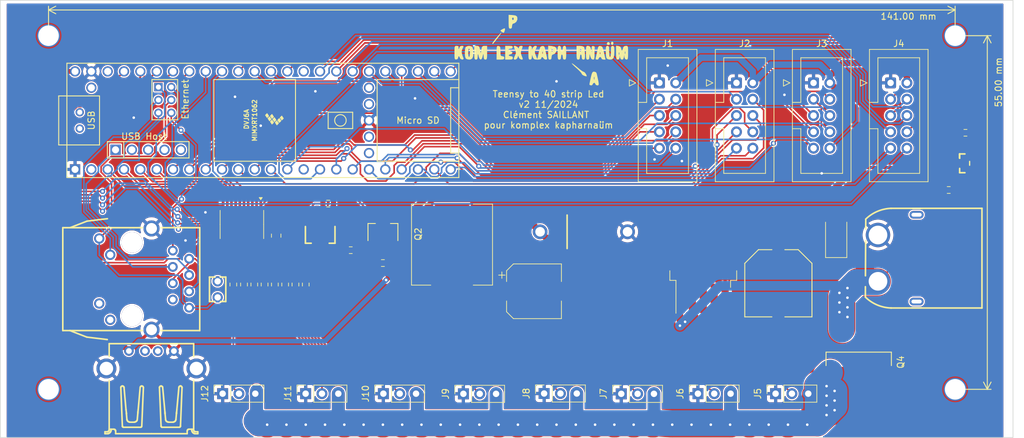
<source format=kicad_pcb>
(kicad_pcb (version 20240108) (generator "pcbnew") (generator_version "8.0")
  (layers (0 "F.Cu" signal) (31 "B.Cu" signal) (34 "B.Paste" user) (35 "F.Paste" user) (36 "B.SilkS" user "B.Silkscreen") (37 "F.SilkS" user "F.Silkscreen") (38 "B.Mask" user) (39 "F.Mask" user) (44 "Edge.Cuts" user))
  (net 0 "")
  (net 1 "GND")
  (net 2 "+5V")
  (net 3 "Net-(P1-RCT)")
  (net 4 "Net-(P1-GH_GND@1)")
  (net 5 "/LED_1")
  (net 6 "/LED_2")
  (net 7 "/LED_3")
  (net 8 "/LED_4")
  (net 9 "/LED_5")
  (net 10 "/LED_6")
  (net 11 "/LED_7")
  (net 12 "/LED_8")
  (net 13 "/LED_9")
  (net 14 "/LED_10")
  (net 15 "/LED_11")
  (net 16 "/LED_12")
  (net 17 "/LED_13")
  (net 18 "/LED_14")
  (net 19 "/LED_15")
  (net 20 "/LED_16")
  (net 21 "/LED_17")
  (net 22 "/LED_18")
  (net 23 "/LED_19")
  (net 24 "/LED_20")
  (net 25 "/LED_21")
  (net 26 "/LED_22")
  (net 27 "/LED_23")
  (net 28 "/LED_24")
  (net 29 "/LED_25")
  (net 30 "/LED_26")
  (net 31 "/LED_27")
  (net 32 "/LED_28")
  (net 33 "/LED_29")
  (net 34 "/LED_30")
  (net 35 "/LED_31")
  (net 36 "/LED_32")
  (net 37 "Net-(P1-TD+)")
  (net 38 "Net-(P1-TD-)")
  (net 39 "Net-(P1-RD+)")
  (net 40 "Net-(P1-RD-)")
  (net 42 "Net-(P1-GRN+)")
  (net 52 "/LED_B_1")
  (net 53 "+12V")
  (net 54 "/LED_B_2")
  (net 55 "/LED_B_3")
  (net 56 "+5VD")
  (net 58 "/LED_B_4")
  (net 59 "/LED_B_5")
  (net 60 "/LED_B_6")
  (net 61 "/LED_B_7")
  (net 70 "Net-(U1-23_A9_CRX1_MCLK1)")
  (net 71 "Net-(D1-K)")
  (net 74 "Net-(Q1-B)")
  (net 79 "Net-(Q1-C-Pad2)")
  (net 80 "Net-(Q2-B)")
  (net 83 "/LED_B_8")
  (net 84 "Net-(U2-B0)")
  (net 85 "Net-(U2-B1)")
  (net 86 "Net-(U2-B2)")
  (net 87 "Net-(U2-B3)")
  (net 88 "Net-(U2-B4)")
  (net 89 "Net-(U2-B5)")
  (net 90 "Net-(U2-B6)")
  (net 91 "Net-(U2-B7)")
  (net 92 "/LED_33")
  (net 93 "/LED_34")
  (net 94 "/LED_38")
  (net 95 "/LED_35")
  (net 96 "/LED_40")
  (net 97 "/LED_36")
  (net 98 "/LED_37")
  (net 99 "/LED_39")
  (net 100 "+BATT")
  (net 101 "Net-(Q3-C)")
  (net 102 "Net-(Q3-B)")
  (footprint "Connector_PinSocket_2.54mm:PinSocket_1x03_P2.54mm_Vertical" (layer "F.Cu") (at 134.995 123.175 90)
    (property "Reference" "J6")
    (property "Value" "Conn_01x03_Pin")
  )
  (footprint "LOGO" (layer "F.Cu") (at 110.5 69.75)
    (property "Reference" "G***" (hide yes))
    (property "Value" "LOGO" (hide yes))
  )
  (footprint "Package_TO_SOT_SMD:TO-263-5_TabPin3" (layer "F.Cu") (at 135.825 100.725 90)
    (property "Reference" "U3" (hide yes))
    (property "Value" "LM2596S-5" (hide yes))
  )
  (footprint "Resistor_SMD:R_0603_1608Metric" (layer "F.Cu") (at 86 102.86)
    (property "Reference" "R2" (hide yes))
    (property "Value" "10K")
  )
  (footprint "easyeda2kicad:DO-27_BD5.3-L8.4-P12.40-D1.3-RD" (layer "F.Cu") (at 117.25 98)
    (property "Reference" "D1" (hide yes))
    (property "Value" "1N5824_C7503125" (hide yes))
  )
  (footprint "Resistor_SMD:R_0603_1608Metric" (layer "F.Cu") (at 81 100.86 180)
    (property "Reference" "R3" (hide yes))
    (property "Value" "10K")
  )
  (footprint "Connector_IDC:IDC-Header_2x05_P2.54mm_Vertical" (layer "F.Cu") (at 164.96 74.84)
    (property "Reference" "J4")
    (property "Value" "Conn_02x05_Counter_Clockwise" (hide yes))
  )
  (footprint "Resistor_SMD:R_0603_1608Metric" (layer "F.Cu") (at 62.74 106.2 -90)
    (property "Reference" "R11" (hide yes))
    (property "Value" "100R" (hide yes))
  )
  (footprint "Connector_IDC:IDC-Header_2x05_P2.54mm_Vertical" (layer "F.Cu") (at 152.975 74.84)
    (property "Reference" "J3")
    (property "Value" "Conn_02x05_Counter_Clockwise" (hide yes))
  )
  (footprint "Resistor_SMD:R_0603_1608Metric" (layer "F.Cu") (at 174 91.5 180)
    (property "Reference" "R13" (hide yes))
    (property "Value" "1K" (hide yes))
  )
  (footprint "Resistor_SMD:R_0603_1608Metric" (layer "F.Cu") (at 64.4 106.2 -90)
    (property "Reference" "R10" (hide yes))
    (property "Value" "100R" (hide yes))
  )
  (footprint "Inductor_SMD:L_12x12mm_H6mm" (layer "F.Cu") (at 96.75 100 -90)
    (property "Reference" "L1" (hide yes))
    (property "Value" "33uH")
  )
  (footprint "easyeda2kicad:CONN-TH_XT60PW-M" (layer "F.Cu") (at 166 102.1 180)
    (property "Reference" "CN1" (hide yes))
    (property "Value" "XT60PW-M" (hide yes))
  )
  (footprint "Resistor_SMD:R_0603_1608Metric" (layer "F.Cu") (at 70.8 106.2 -90)
    (property "Reference" "R6" (hide yes))
    (property "Value" "100R" (hide yes))
  )
  (footprint "easyeda2kicad:CAP-TH_L3.8-W2.5-P2.50-D0.51" (layer "F.Cu") (at 60.3 106.95 -90)
    (property "Reference" "C1" (hide yes))
    (property "Value" "0.1uF")
  )
  (footprint "easyeda2kicad:SOT-89-4_L4.5-W2.5-P1.50-LS4.2-BR" (layer "F.Cu") (at 76.25 98.11 90)
    (property "Reference" "Q1" (hide yes))
    (property "Value" "2SD1664-R")
  )
  (footprint "Resistor_SMD:R_0603_1608Metric" (layer "F.Cu") (at 176.6 82.6)
    (property "Reference" "R12" (hide yes))
    (property "Value" "10K" (hide yes))
  )
  (footprint "Connector_PinSocket_2.54mm:PinSocket_1x03_P2.54mm_Vertical" (layer "F.Cu") (at 111.075 123.15 90)
    (property "Reference" "J8")
    (property "Value" "Conn_01x03_Pin")
  )
  (footprint "Connector_IDC:IDC-Header_2x05_P2.54mm_Vertical" (layer "F.Cu") (at 140.99 74.84)
    (property "Reference" "J2")
    (property "Value" "Conn_02x05_Counter_Clockwise" (hide yes))
  )
  (footprint "Capacitor_SMD:CP_Elec_8x10" (layer "F.Cu") (at 109.5 107.25)
    (property "Reference" "C4" (hide yes))
    (property "Value" "220uF/25V")
  )
  (footprint "Resistor_SMD:R_0603_1608Metric" (layer "F.Cu") (at 67.6 106.2 -90)
    (property "Reference" "R8" (hide yes))
    (property "Value" "100R" (hide yes))
  )
  (footprint "Connector_PinSocket_2.54mm:PinSocket_1x03_P2.54mm_Vertical" (layer "F.Cu") (at 61.075 123.175 90)
    (property "Reference" "J12")
    (property "Value" "Conn_01x03_Pin")
  )
  (footprint "Resistor_SMD:R_0603_1608Metric" (layer "F.Cu") (at 72.4 106.2 -90)
    (property "Reference" "R5" (hide yes))
    (property "Value" "100R" (hide yes))
  )
  (footprint "easyeda2kicad:USB-A-TH__USB-AF-90" (layer "F.Cu") (at 50 117.9)
    (property "Reference" "USB1" (hide yes))
    (property "Value" "JTJ-USB-AF-08")
  )
  (footprint "easyeda2kicad:CAP-SMD_BD10.0-L10.3-W10.3-LS11.3-FD" (layer "F.Cu") (at 147.5 106 -90)
    (property "Reference" "C2" (hide yes))
    (property "Value" "RVT1H221M1010-C3358" (hide yes))
  )
  (footprint "Connector_PinSocket_2.54mm:PinSocket_1x03_P2.54mm_Vertical" (layer "F.Cu") (at 86.075 123.175 90)
    (property "Reference" "J10")
    (property "Value" "Conn_01x03_Pin")
  )
  (footprint "Connector_PinSocket_2.54mm:PinSocket_1x03_P2.54mm_Vertical" (layer "F.Cu") (at 147.075 123.175 90)
    (property "Reference" "J5")
    (property "Value" "Conn_01x03_Pin")
  )
  (footprint "MountingHole:MountingHole_3.2mm_M3_DIN965_Pad_TopOnly" (layer "F.Cu") (at 175 67.5)
    (property "Reference" "H3" (hide yes))
    (property "Value" "MountingHole_Pad" (hide yes))
  )
  (footprint "Connector_PinSocket_2.54mm:PinSocket_1x03_P2.54mm_Vertical" (layer "F.Cu") (at 98.52 123.2 90)
    (property "Reference" "J9")
    (property "Value" "Conn_01x03_Pin")
  )
  (footprint "Connector_PinSocket_2.54mm:PinSocket_1x03_P2.54mm_Vertical" (layer "F.Cu") (at 123.075 123.2 90)
    (property "Reference" "J7")
    (property "Value" "Conn_01x03_Pin")
  )
  (footprint "MountingHole:MountingHole_3.2mm_M3_DIN965_Pad_TopOnly" (layer "F.Cu") (at 34 122.5)
    (property "Reference" "H2" (hide yes))
    (property "Value" "MountingHole_Pad")
  )
  (footprint "Connector_PinSocket_2.54mm:PinSocket_1x03_P2.54mm_Vertical" (layer "F.Cu") (at 73.985 123.175 90)
    (property "Reference" "J11")
    (property "Value" "Conn_01x03_Pin")
  )
  (footprint "Resistor_SMD:R_0603_1608Metric" (layer "F.Cu") (at 69.2 106.2 -90)
    (property "Reference" "R7" (hide yes))
    (property "Value" "100R" (hide yes))
  )
  (footprint "Resistor_SMD:R_0603_1608Metric" (layer "F.Cu") (at 66 106.2 -90)
    (property "Reference" "R9" (hide yes))
    (property "Value" "100R" (hide yes))
  )
  (footprint "easyeda2kicad:TO-263-2_L10.1-W9.1-P5.08-LS15.2-TL-1" (layer "F.Cu") (at 160 118.27 -90)
    (property "Reference" "Q4")
    (property "Value" "SUM110P04-04L-E3")
  )
  (footprint "Resistor_SMD:R_0603_1608Metric" (layer "F.Cu") (at 77.5 93.61)
    (property "Reference" "R1" (hide yes))
    (property "Value" "10K")
  )
  (footprint "Package_SO:TSSOP-20_4.4x6.5mm_P0.65mm" (layer "F.Cu") (at 64.075 96.8625 -90)
    (property "Reference" "U2" (hide yes))
    (property "Value" "74HCT245")
  )
  (footprint "Resistor_SMD:R_0603_1608Metric" (layer "F.Cu") (at 74 106.2 -90)
    (property "Reference" "R4" (hide yes))
    (property "Value" "100R" (hide yes))
  )
  (footprint "Diode_SMD:D_SMA" (layer "F.Cu") (at 156.5 98.5 90)
    (property "Reference" "D2" (hide yes))
    (property "Value" "1A/100V" (hide yes))
  )
  (footprint "easyeda2kicad:SOT-89-3_L4.5-W2.5-P1.50-LS4.0-BR" (layer "F.Cu") (at 86 98.36 -90)
    (property "Reference" "Q2")
    (property "Value" "2SB1132_C2891827")
  )
  (footprint "easyeda2kicad:RJ45-TH_J1B1211CCD" (layer "F.Cu") (at 48.8768 105.360359 -90)
    (property "Reference" "P1" (hide yes))
    (property "Value" "J1B1211CCD")
  )
  (footprint "MountingHole:MountingHole_3.2mm_M3_DIN965_Pad_TopOnly" (layer "F.Cu") (at 34 67.5)
    (property "Reference" "H1" (hide yes))
    (property "Value" "MountingHole_Pad")
  )
  (footprint "easyeda2kicad:SOT-23-3_L2.9-W1.3-P1.90-LS2.4-TR" (layer "F.Cu") (at 176.35 87.35)
    (property "Reference" "Q3" (hide yes))
    (property "Value" "2n3904S" (hide yes))
  )
  (footprint "Capacitor_SMD:C_0805_2012Metric_Pad1.18x1.45mm_HandSolder" (layer "F.Cu") (at 69.4 98.6 90)
    (property "Reference" "C3" (hide yes))
    (property "Value" "100nf")
  )
  (footprint "Connector_IDC:IDC-Header_2x05_P2.54mm_Vertical" (layer "F.Cu") (at 129.005 74.84)
    (property "Reference" "J1")
    (property "Value" "Conn_02x05_Counter_Clockwise" (hide yes))
  )
  (footprint "MountingHole:MountingHole_3.2mm_M3_DIN965_Pad_TopOnly" (layer "F.Cu") (at 175 122.5)
    (property "Reference" "H4" (hide yes))
    (property "Value" "MountingHole_Pad" (hide yes))
  )
  (footprint "teensy.pretty-master:Teensy41" (layer "F.Cu") (at 67.33 80.676)
    (property "Reference" "U1" (hide yes))
    (property "Value" "Teensy4.1")
  )
  (gr_rect (start 26.5 62) (end 184 130) (stroke (width 0.1)) (fill none) (layer "Edge.Cuts"))
  (gr_text "Teensy to 40 strip Led\nv2 11/2024\nClément SAILLANT \npour komplex kapharnaüm" (at 111.75 82 0) (layer "F.SilkS") (effects (font (size 1 1)) (justify bottom)))
  (dimension (type aligned) (layer "F.SilkS") (pts (xy 34 67.5) (xy 175 67.5)) (height -4) (gr_text "141.00 mm" (at 167.75 64.5 0) (layer "F.SilkS") (effects (font (size 1 1) (thickness 0.15)))) (format (prefix "") (suffix "") (units 3) (units_format 1) (precision 2)) (style (thickness 0.15) (arrow_length 1.27) (text_position_mode 2) (extension_height 0.58642) (extension_offset 0.5) keep_text_aligned))
  (dimension (type aligned) (layer "F.SilkS") (pts (xy 175 67.5) (xy 175 122.5)) (height -5) (gr_text "55.00 mm" (at 181.75 74.75 90) (layer "F.SilkS") (effects (font (size 1 1) (thickness 0.15)))) (format (prefix "") (suffix "") (units 3) (units_format 1) (precision 2)) (style (thickness 0.15) (arrow_length 1.27) (text_position_mode 2) (extension_height 0.58642) (extension_offset 0.5) keep_text_aligned))
  (via (at 63 77) (size 0.8) (drill 0.4) (layers "F.Cu" "B.Cu") (net 1))
  (via (at 55.3 99.35) (size 0.8) (drill 0.4) (layers "F.Cu" "B.Cu") (net 1))
  (via (at 58.4 94.975) (size 0.8) (drill 0.4) (layers "F.Cu" "B.Cu") (net 1))
  (via (at 130.3 72.15) (size 0.8) (drill 0.4) (layers "F.Cu" "B.Cu") (net 1))
  (via (at 113 74.6) (size 0.8) (drill 0.4) (layers "F.Cu" "B.Cu") (net 1))
  (via (at 154.245 88.91) (size 0.8) (drill 0.4) (layers "F.Cu" "B.Cu") (net 1))
  (via (at 91 77.25) (size 0.8) (drill 0.4) (layers "F.Cu" "B.Cu") (net 1))
  (via (at 75.5 76.15) (size 0.8) (drill 0.4) (layers "F.Cu" "B.Cu") (net 1))
  (via (at 67 81.5) (size 0.8) (drill 0.4) (layers "F.Cu" "B.Cu") (net 1))
  (via (at 132.5 87) (size 0.8) (drill 0.4) (layers "F.Cu" "B.Cu") (net 1))
  (via (at 128.25 86.75) (size 0.8) (drill 0.4) (layers "F.Cu" "B.Cu") (net 1))
  (via (at 47.25 80.25) (size 0.8) (drill 0.4) (layers "F.Cu" "B.Cu") (net 1))
  (via (at 148.45 76.7) (size 0.8) (drill 0.4) (layers "F.Cu" "B.Cu") (net 1))
  (segment (start 96.75 104.95) (end 100.35 104.95) (width 2) (layer "F.Cu") (net 2))
  (segment (start 100.35 104.95) (end 103.95 104.95) (width 2) (layer "F.Cu") (net 2))
  (segment (start 30.4 78.6) (end 30.4 116) (width 0.75) (layer "F.Cu") (net 2))
  (segment (start 87.5 102.185) (end 87.5 99.72) (width 1) (layer "F.Cu") (net 2))
  (segment (start 137.525 108.375) (end 137.525 112.75) (width 1) (layer "F.Cu") (net 2))
  (segment (start 86.825 105.174988) (end 86.499988 105.5) (width 0.75) (layer "F.Cu") (net 2))
  (segment (start 86.825 102.86) (end 86.825 105.174988) (width 0.75) (layer "F.Cu") (net 2))
  (segment (start 135.275 115) (end 137.525 112.75) (width 2) (layer "F.Cu") (net 2))
  (segment (start 106.25 107.25) (end 114 115) (width 2) (layer "F.Cu") (net 2))
  (segment (start 103.95 104.95) (end 106.25 107.25) (width 2) (layer "F.Cu") (net 2))
  (segment (start 114 115) (end 135.275 115) (width 2) (layer "F.Cu") (net 2))
  (segment (start 38.12 73.056) (end 35.944 73.056) (width 0.75) (layer "F.Cu") (net 2))
  (segment (start 45.96 116) (end 46.5 116.54) (width 0.75) (layer "F.Cu") (net 2))
  (segment (start 86.825 102.86) (end 87.5 102.185) (width 1) (layer "F.Cu") (net 2))
  (segment (start 86.825 102.86) (end 94.66 102.86) (width 1) (layer "F.Cu") (net 2))
  (segment (start 35.944 73.056) (end 30.4 78.6) (width 0.75) (layer "F.Cu") (net 2))
  (segment (start 30.4 116) (end 45.96 116) (width 0.75) (layer "F.Cu") (net 2))
  (segment (start 94.66 102.86) (end 96.75 104.95) (width 1) (layer "F.Cu") (net 2))
  (via (at 86.499988 105.5) (size 0.8) (drill 0.4) (layers "F.Cu" "B.Cu") (net 2))
  (segment (start 48.04 115) (end 76.999988 115) (width 0.75) (layer "B.Cu") (net 2))
  (segment (start 76.999988 115) (end 86.499988 105.5) (width 0.75) (layer "B.Cu") (net 2))
  (segment (start 46.5 116.54) (end 48.04 115) (width 0.75) (layer "B.Cu") (net 2))
  (segment (start 55.8668 102.8162) (end 53.34 105.343) (width 0.25) (layer "F.Cu") (net 3))
  (segment (start 56.790359 102.190359) (end 60.3 105.7) (width 0.25) (layer "F.Cu") (net 3))
  (segment (start 55.8668 102.190359) (end 56.790359 102.190359) (width 0.25) (layer "F.Cu") (net 3))
  (segment (start 42.175 87.871431) (end 43.776231 86.2702) (width 0.25) (layer "F.Cu") (net 4))
  (segment (start 43.8 97.127159) (end 43.8 90.345569) (width 0.25) (layer "F.Cu") (net 4))
  (segment (start 50.5242 85.669769) (end 50.5242 84.820631) (width 0.25) (layer "F.Cu") (net 4))
  (segment (start 50.5242 84.820631) (end 52.1844 83.160431) (width 0.25) (layer "F.Cu") (net 4))
  (segment (start 49.923769 86.2702) (end 50.5242 85.669769) (width 0.25) (layer "F.Cu") (net 4))
  (segment (start 52.1844 78.4) (end 53.09 77.4944) (width 0.25) (layer "F.Cu") (net 4))
  (segment (start 43.8 90.345569) (end 42.175 88.720569) (width 0.25) (layer "F.Cu") (net 4))
  (segment (start 41.8868 99.040359) (end 43.8 97.127159) (width 0.25) (layer "F.Cu") (net 4))
  (segment (start 52.1844 83.160431) (end 52.1844 78.4) (width 0.25) (layer "F.Cu") (net 4))
  (segment (start 42.175 88.720569) (end 42.175 87.871431) (width 0.25) (layer "F.Cu") (net 4))
  (segment (start 43.776231 86.2702) (end 49.923769 86.2702) (width 0.25) (layer "F.Cu") (net 4))
  (segment (start 54.851 105.492) (end 54.851 108.794559) (width 0.25) (layer "B.Cu") (net 4))
  (segment (start 55.8668 109.810359) (end 58.689641 109.810359) (width 0.25) (layer "B.Cu") (net 4))
  (segment (start 45 104.75) (end 54.109 104.75) (width 0.25) (layer "B.Cu") (net 4))
  (segment (start 54.851 108.794559) (end 55.8668 109.810359) (width 0.25) (layer "B.Cu") (net 4))
  (segment (start 54.109 104.75) (end 54.851 105.492) (width 0.25) (layer "B.Cu") (net 4))
  (segment (start 41.8868 101.6132) (end 41.875 101.625) (width 0.25) (layer "B.Cu") (net 4))
  (segment (start 58.689641 109.810359) (end 60.3 108.2) (width 0.25) (layer "B.Cu") (net 4))
  (segment (start 41.875 101.625) (end 45 104.75) (width 0.25) (layer "B.Cu") (net 4))
  (segment (start 41.8868 99.040359) (end 41.8868 101.6132) (width 0.25) (layer "B.Cu") (net 4))
  (segment (start 89.351 79.101) (end 84.821 74.571) (width 0.25) (layer "F.Cu") (net 5))
  (segment (start 96.4197 79.101) (end 89.351 79.101) (width 0.25) (layer "F.Cu") (net 5))
  (segment (start 54.385 87.271) (end 53.36 88.296) (width 0.25) (layer "F.Cu") (net 5))
  (segment (start 103.819 86.5) (end 96.4197 79.101) (width 0.25) (layer "F.Cu") (net 5))
  (segment (start 119.885 86.5) (end 103.819 86.5) (width 0.25) (layer "F.Cu") (net 5))
  (segment (start 69.129 74.571) (end 56.429 87.271) (width 0.25) (layer "F.Cu") (net 5))
  (segment (start 56.429 87.271) (end 54.385 87.271) (width 0.25) (layer "F.Cu") (net 5))
  (segment (start 84.821 74.571) (end 69.129 74.571) (width 0.25) (layer "F.Cu") (net 5))
  (segment (start 129.005 77.38) (end 119.885 86.5) (width 0.25) (layer "F.Cu") (net 5))
  (segment (start 130.18 78.745) (end 128.155 78.745) (width 0.25) (layer "F.Cu") (net 6))
  (segment (start 131.545 77.38) (end 130.18 78.745) (width 0.25) (layer "F.Cu") (net 6))
  (segment (start 128.155 78.745) (end 119.95 86.95) (width 0.25) (layer "F.Cu") (net 6))
  (segment (start 103.632 86.95) (end 96.2333 79.551) (width 0.25) (layer "F.Cu") (net 6))
  (segment (start 96.2333 79.551) (end 64.645 79.551) (width 0.25) (layer "F.Cu") (net 6))
  (segment (start 64.645 79.551) (end 55.9 88.296) (width 0.25) (layer "F.Cu") (net 6))
  (segment (start 119.95 86.95) (end 103.632 86.95) (width 0.25) (layer "F.Cu") (net 6))
  (segment (start 99.0001 82.9541) (end 90.9314 82.9541) (width 0.25) (layer "F.Cu") (net 7))
  (segment (start 78.3655 85.2) (end 61.536 85.2) (width 0.25) (layer "F.Cu") (net 7))
  (segment (start 79.6817 83.8838) (end 78.3655 85.2) (width 0.25) (layer "F.Cu") (net 7))
  (segment (start 120.05 87.4) (end 103.446 87.4) (width 0.25) (layer "F.Cu") (net 7))
  (segment (start 127.53 79.92) (end 120.05 87.4) (width 0.25) (layer "F.Cu") (net 7))
  (segment (start 89.3855 84.5) (end 81.5188 84.5) (width 0.25) (layer "F.Cu") (net 7))
  (segment (start 61.536 85.2) (end 58.44 88.296) (width 0.25) (layer "F.Cu") (net 7))
  (segment (start 103.446 87.4) (end 99.0001 82.9541) (width 0.25) (layer "F.Cu") (net 7))
  (segment (start 90.9314 82.9541) (end 89.3855 84.5) (width 0.25) (layer "F.Cu") (net 7))
  (segment (start 80.9026 83.8838) (end 79.6817 83.8838) (width 0.25) (layer "F.Cu") (net 7))
  (segment (start 129.005 79.92) (end 127.53 79.92) (width 0.25) (layer "F.Cu") (net 7))
  (segment (start 81.5188 84.5) (end 80.9026 83.8838) (width 0.25) (layer "F.Cu") (net 7))
  (segment (start 91.1178 83.4041) (end 98.8137 83.4041) (width 0.25) (layer "F.Cu") (net 8))
  (segment (start 87.5219 87) (end 91.1178 83.4041) (width 0.25) (layer "F.Cu") (net 8))
  (segment (start 63.626 85.65) (end 78.5519 85.65) (width 0.25) (layer "F.Cu") (net 8))
  (segment (start 103.26 87.85) (end 120.094974 87.85) (width 0.25) (layer "F.Cu") (net 8))
  (segment (start 82.5214 87) (end 87.5219 87) (width 0.25) (layer "F.Cu") (net 8))
  (segment (start 79.8681 84.3338) (end 80.7162 84.3338) (width 0.25) (layer "F.Cu") (net 8))
  (segment (start 126.659974 81.285) (end 130.18 81.285) (width 0.25) (layer "F.Cu") (net 8))
  (segment (start 78.5519 85.65) (end 79.8681 84.3338) (width 0.25) (layer "F.Cu") (net 8))
  (segment (start 80.7162 84.3338) (end 81.1409 84.7585) (width 0.25) (layer "F.Cu") (net 8))
  (segment (start 60.98 88.296) (end 63.626 85.65) (width 0.25) (layer "F.Cu") (net 8))
  (segment (start 81.1409 85.6195) (end 82.5214 87) (width 0.25) (layer "F.Cu") (net 8))
  (segment (start 98.8137 83.4041) (end 103.26 87.85) (width 0.25) (layer "F.Cu") (net 8))
  (segment (start 130.18 81.285) (end 131.545 79.92) (width 0.25) (layer "F.Cu") (net 8))
  (segment (start 120.094974 87.85) (end 126.659974 81.285) (width 0.25) (layer "F.Cu") (net 8))
  (segment (start 81.1409 84.7585) (end 81.1409 85.6195) (width 0.25) (layer "F.Cu") (net 8))
  (segment (start 92.0891 83.8541) (end 98.6273 83.8541) (width 0.25) (layer "F.Cu") (net 9))
  (segment (start 67.4733 88.4929) (end 66.5305 89.4357) (width 0.25) (layer "F.Cu") (net 9))
  (segment (start 103.073 88.3) (end 120.15 88.3) (width 0.25) (layer "F.Cu") (net 9))
  (segment (start 64.6597 89.4357) (end 63.52 88.296) (width 0.25) (layer "F.Cu") (net 9))
  (segment (start 68.251 87) (end 67.4733 87.7777) (width 0.25) (layer "F.Cu") (net 9))
  (segment (start 79.9032 86.5967) (end 79.5 87) (width 0.25) (layer "F.Cu") (net 9))
  (segment (start 120.15 88.3) (end 125.99 82.46) (width 0.25) (layer "F.Cu") (net 9))
  (segment (start 125.99 82.46) (end 129.005 82.46) (width 0.25) (layer "F.Cu") (net 9))
  (segment (start 90.6731 85.2701) (end 92.0891 83.8541) (width 0.25) (layer "F.Cu") (net 9))
  (segment (start 98.6273 83.8541) (end 103.073 88.3) (width 0.25) (layer "F.Cu") (net 9))
  (segment (start 90.2771 85.2701) (end 90.6731 85.2701) (width 0.25) (layer "F.Cu") (net 9))
  (segment (start 66.5305 89.4357) (end 64.6597 89.4357) (width 0.25) (layer "F.Cu") (net 9))
  (segment (start 67.4733 87.7777) (end 67.4733 88.4929) (width 0.25) (layer "F.Cu") (net 9))
  (segment (start 79.5 87) (end 68.251 87) (width 0.25) (layer "F.Cu") (net 9))
  (via (at 79.9032 86.5967) (size 0.8) (drill 0.4) (layers "F.Cu" "B.Cu") (net 9))
  (via (at 90.2771 85.2701) (size 0.8) (drill 0.4) (layers "F.Cu" "B.Cu") (net 9))
  (segment (start 90.2771 85.2701) (end 89.507 84.5) (width 0.25) (layer "B.Cu") (net 9))
  (segment (start 89.507 84.5) (end 82 84.5) (width 0.25) (layer "B.Cu") (net 9))
  (segment (start 82 84.5) (end 79.9032 86.5967) (width 0.25) (layer "B.Cu") (net 9))
  (segment (start 88.2665 87.171) (end 89.4086 87.171) (width 0.25) (layer "F.Cu") (net 10))
  (segment (start 92.2755 84.3041) (end 98.4409 84.3041) (width 0.25) (layer "F.Cu") (net 10))
  (segment (start 86.4796 90.1) (end 87.75 88.8296) (width 0.25) (layer "F.Cu") (net 10))
  (segment (start 82.5 87.615) (end 82.5 89) (width 0.25) (layer "F.Cu") (net 10))
  (segment (start 87.75 87.6875) (end 88.2665 87.171) (width 0.25) (layer "F.Cu") (net 10))
  (segment (start 89.4086 87.171) (end 92.2755 84.3041) (width 0.25) (layer "F.Cu") (net 10))
  (segment (start 102.887 88.75) (end 120.194974 88.75) (width 0.25) (layer "F.Cu") (net 10))
  (segment (start 82.5 89) (end 83.6 90.1) (width 0.25) (layer "F.Cu") (net 10))
  (segment (start 80.7567 85.8717) (end 82.5 87.615) (width 0.25) (layer "F.Cu") (net 10))
  (segment (start 79.6029 85.8717) (end 80.7567 85.8717) (width 0.25) (layer "F.Cu") (net 10))
  (segment (start 130.18 83.825) (end 131.545 82.46) (width 0.25) (layer "F.Cu") (net 10))
  (segment (start 87.75 88.8296) (end 87.75 87.6875) (width 0.25) (layer "F.Cu") (net 10))
  (segment (start 78.9247 86.55) (end 79.6029 85.8717) (width 0.25) (layer "F.Cu") (net 10))
  (segment (start 66.06 88.296) (end 67.806 86.55) (width 0.25) (layer "F.Cu") (net 10))
  (segment (start 120.194974 88.75) (end 125.119974 83.825) (width 0.25) (layer "F.Cu") (net 10))
  (segment (start 125.119974 83.825) (end 130.18 83.825) (width 0.25) (layer "F.Cu") (net 10))
  (segment (start 83.6 90.1) (end 86.4796 90.1) (width 0.25) (layer "F.Cu") (net 10))
  (segment (start 67.806 86.55) (end 78.9247 86.55) (width 0.25) (layer "F.Cu") (net 10))
  (segment (start 98.4409 84.3041) (end 102.887 88.75) (width 0.25) (layer "F.Cu") (net 10))
  (segment (start 124.45 85) (end 120.25 89.2) (width 0.25) (layer "F.Cu") (net 11))
  (segment (start 101.247 89.2) (end 97.852 85.805) (width 0.25) (layer "F.Cu") (net 11))
  (segment (start 92.73 87.9601) (end 92.73 88.6653) (width 0.25) (layer "F.Cu") (net 11))
  (segment (start 129.005 85) (end 124.45 85) (width 0.25) (layer "F.Cu") (net 11))
  (segment (start 120.25 89.2) (end 101.247 89.2) (width 0.25) (layer "F.Cu") (net 11))
  (segment (start 92.73 88.6653) (end 90.8453 90.55) (width 0.25) (layer "F.Cu") (net 11))
  (segment (start 97.852 85.805) (end 94.8851 85.805) (width 0.25) (layer "F.Cu") (net 11))
  (segment (start 94.8851 85.805) (end 92.73 87.9601) (width 0.25) (layer "F.Cu") (net 11))
  (segment (start 90.8453 90.55) (end 70.854 90.55) (width 0.25) (layer "F.Cu") (net 11))
  (segment (start 70.854 90.55) (end 68.6 88.296) (width 0.25) (layer "F.Cu") (net 11))
  (segment (start 95.5362 82) (end 82.4494 82) (width 0.25) (layer "B.Cu") (net 12))
  (segment (start 82.4494 82) (end 79.6909 84.7585) (width 0.25) (layer "B.Cu") (net 12))
  (segment (start 101.636 87.6247) (end 101.636 87.4994) (width 0.25) (layer "B.Cu") (net 12))
  (segment (start 100.611 87.0747) (end 95.5362 82) (width 0.25) (layer "B.Cu") (net 12))
  (segment (start 101.636 87.4994) (end 101.211 87.0747) (width 0.25) (layer "B.Cu") (net 12))
  (segment (start 74.6775 84.7585) (end 71.14 88.296) (width 0.25) (layer "B.Cu") (net 12))
  (segment (start 79.6909 84.7585) (end 74.6775 84.7585) (width 0.25) (layer "B.Cu") (net 12))
  (segment (start 131.545 85) (end 128.92 87.6247) (width 0.25) (layer "B.Cu") (net 12))
  (segment (start 101.211 87.0747) (end 100.611 87.0747) (width 0.25) (layer "B.Cu") (net 12))
  (segment (start 128.92 87.6247) (end 101.636 87.6247) (width 0.25) (layer "B.Cu") (net 12))
  (segment (start 82.5 72.4924) (end 82.5 73.737) (width 0.25) (layer "B.Cu") (net 13))
  (segment (start 140.99 77.38) (end 139.815 76.205) (width 0.25) (layer "B.Cu") (net 13))
  (segment (start 120.937 70) (end 84.9924 70) (width 0.25) (layer "B.Cu") (net 13))
  (segment (start 74.766 89.75) (end 76.22 88.296) (width 0.25) (layer "B.Cu") (net 13))
  (segment (start 84.9924 70) (end 82.5 72.4924) (width 0.25) (layer "B.Cu") (net 13))
  (segment (start 82.5 73.737) (end 69.85 86.387) (width 0.25) (layer "B.Cu") (net 13))
  (segment (start 69.85 88.85) (end 70.75 89.75) (width 0.25) (layer "B.Cu") (net 13))
  (segment (start 127.142 76.205) (end 120.937 70) (width 0.25) (layer "B.Cu") (net 13))
  (segment (start 70.75 89.75) (end 74.766 89.75) (width 0.25) (layer "B.Cu") (net 13))
  (segment (start 139.815 76.205) (end 127.142 76.205) (width 0.25) (layer "B.Cu") (net 13))
  (segment (start 69.85 86.387) (end 69.85 88.85) (width 0.25) (layer "B.Cu") (net 13))
  (segment (start 78.7383 86.1) (end 63.8124 86.1) (width 0.25) (layer "F.Cu") (net 14))
  (segment (start 62.25 87.6624) (end 62.25 89.25) (width 0.25) (layer "F.Cu") (net 14))
  (segment (start 134.362 91) (end 138.737 86.625) (width 0.25) (layer "F.Cu") (net 14))
  (segment (start 63.8124 86.1) (end 62.25 87.6624) (width 0.25) (layer "F.Cu") (net 14))
  (segment (start 143.567 86.625) (end 145.214 84.9775) (width 0.25) (layer "F.Cu") (net 14))
  (segment (start 145.214 79.0642) (end 143.53 77.38) (width 0.25) (layer "F.Cu") (net 14))
  (segment (start 80.0529 85.4217) (end 79.4165 85.4217) (width 0.25) (layer "F.Cu") (net 14))
  (segment (start 80.4159 85.0588) (end 80.0529 85.4217) (width 0.25) (layer "F.Cu") (net 14))
  (segment (start 145.214 84.9775) (end 145.214 79.0642) (width 0.25) (layer "F.Cu") (net 14))
  (segment (start 64 91) (end 134.362 91) (width 0.25) (layer "F.Cu") (net 14))
  (segment (start 79.4165 85.4217) (end 78.7383 86.1) (width 0.25) (layer "F.Cu") (net 14))
  (segment (start 62.25 89.25) (end 64 91) (width 0.25) (layer "F.Cu") (net 14))
  (segment (start 138.737 86.625) (end 143.567 86.625) (width 0.25) (layer "F.Cu") (net 14))
  (via (at 80.4159 85.0588) (size 0.8) (drill 0.4) (layers "F.Cu" "B.Cu") (net 14))
  (segment (start 80.4159 85.0588) (end 78.76 86.7147) (width 0.25) (layer "B.Cu") (net 14))
  (segment (start 78.76 86.7147) (end 78.76 88.296) (width 0.25) (layer "B.Cu") (net 14))
  (segment (start 137.972 84.4549) (end 137.972 82.9378) (width 0.25) (layer "F.Cu") (net 15))
  (segment (start 137.972 82.9378) (end 140.99 79.92) (width 0.25) (layer "F.Cu") (net 15))
  (via (at 137.972 84.4549) (size 0.8) (drill 0.4) (layers "F.Cu" "B.Cu") (net 15))
  (segment (start 97.0613 85.9951) (end 86.8006 85.9951) (width 0.25) (layer "B.Cu") (net 15))
  (segment (start 100.572 88.5247) (end 97.852 85.805) (width 0.25) (layer "B.Cu") (net 15))
  (segment (start 137.972 84.4549) (end 137.972 87.3814) (width 0.25) (layer "B.Cu") (net 15))
  (segment (start 82.57 87.026) (end 81.3 88.296) (width 0.25) (layer "B.Cu") (net 15))
  (segment (start 137.972 87.3814) (end 136.829 88.5247) (width 0.25) (layer "B.Cu") (net 15))
  (segment (start 97.2514 85.805) (end 97.0613 85.9951) (width 0.25) (layer "B.Cu") (net 15))
  (segment (start 85.7697 87.026) (end 82.57 87.026) (width 0.25) (layer "B.Cu") (net 15))
  (segment (start 136.829 88.5247) (end 100.572 88.5247) (width 0.25) (layer "B.Cu") (net 15))
  (segment (start 86.8006 85.9951) (end 85.7697 87.026) (width 0.25) (layer "B.Cu") (net 15))
  (segment (start 97.852 85.805) (end 97.2514 85.805) (width 0.25) (layer "B.Cu") (net 15))
  (segment (start 95.0691 87.1004) (end 97.0945 87.1004) (width 0.25) (layer "F.Cu") (net 16))
  (segment (start 97.0945 87.1004) (end 100.094 90.1) (width 0.25) (layer "F.Cu") (net 16))
  (segment (start 143.996 83.73) (end 144.721 83.0056) (width 0.25) (layer "F.Cu") (net 16))
  (segment (start 94.9976 87.1719) (end 95.0691 87.1004) (width 0.25) (layer "F.Cu") (net 16))
  (segment (start 144.721 83.0056) (end 144.721 81.1107) (width 0.25) (layer "F.Cu") (net 16))
  (segment (start 144.721 81.1107) (end 143.53 79.92) (width 0.25) (layer "F.Cu") (net 16))
  (segment (start 100.094 90.1) (end 133.989 90.1) (width 0.25) (layer "F.Cu") (net 16))
  (segment (start 133.989 90.1) (end 140.359 83.73) (width 0.25) (layer "F.Cu") (net 16))
  (segment (start 140.359 83.73) (end 143.996 83.73) (width 0.25) (layer "F.Cu") (net 16))
  (via (at 94.9976 87.1719) (size 0.8) (drill 0.4) (layers "F.Cu" "B.Cu") (net 16))
  (segment (start 90.9165 87.1693) (end 94.995 87.1693) (width 0.25) (layer "B.Cu") (net 16))
  (segment (start 85.294 89.75) (end 89.25 89.75) (width 0.25) (layer "B.Cu") (net 16))
  (segment (start 94.995 87.1693) (end 94.9976 87.1719) (width 0.25) (layer "B.Cu") (net 16))
  (segment (start 89.25 89.75) (end 90.19 88.81) (width 0.25) (layer "B.Cu") (net 16))
  (segment (start 90.19 87.8958) (end 90.9165 87.1693) (width 0.25) (layer "B.Cu") (net 16))
  (segment (start 90.19 88.81) (end 90.19 87.8958) (width 0.25) (layer "B.Cu") (net 16))
  (segment (start 83.84 88.296) (end 85.294 89.75) (width 0.25) (layer "B.Cu") (net 16))
  (segment (start 133.802 89.65) (end 140.99 82.4624) (width 0.25) (layer "F.Cu") (net 17))
  (segment (start 97.5517 86.53) (end 100.672 89.65) (width 0.25) (layer "F.Cu") (net 17))
  (segment (start 100.672 89.65) (end 133.802 89.65) (width 0.25) (layer "F.Cu") (net 17))
  (via (at 97.5517 86.53) (size 0.8) (drill 0.4) (layers "F.Cu" "B.Cu") (net 17))
  (segment (start 97.4668 86.4451) (end 97.5517 86.53) (width 0.25) (layer "B.Cu") (net 17))
  (segment (start 86.987 86.4451) (end 97.4668 86.4451) (width 0.25) (layer "B.Cu") (net 17))
  (segment (start 86.38 88.296) (end 86.38 87.0521) (width 0.25) (layer "B.Cu") (net 17))
  (segment (start 86.38 87.0521) (end 86.987 86.4451) (width 0.25) (layer "B.Cu") (net 17))
  (segment (start 142.26 81.19) (end 143.53 82.46) (width 0.25) (layer "F.Cu") (net 18))
  (segment (start 97.8656 84.7541) (end 92.4619 84.7541) (width 0.25) (layer "F.Cu") (net 18))
  (segment (start 137.246746 85.568954) (end 137.246746 82.001854) (width 0.25) (layer "F.Cu") (net 18))
  (segment (start 134.589 87.7997) (end 135.016 87.7997) (width 0.25) (layer "F.Cu") (net 18))
  (segment (start 141.445 78.7086) (end 142.26 79.5236) (width 0.25) (layer "F.Cu") (net 18))
  (segment (start 92.4619 84.7541) (end 88.92 88.296) (width 0.25) (layer "F.Cu") (net 18))
  (segment (start 137.246746 82.001854) (end 140.54 78.7086) (width 0.25) (layer "F.Cu") (net 18))
  (segment (start 142.26 79.5236) (end 142.26 81.19) (width 0.25) (layer "F.Cu") (net 18))
  (segment (start 100.911 87.7997) (end 97.8656 84.7541) (width 0.25) (layer "F.Cu") (net 18))
  (segment (start 135.016 87.7997) (end 137.246746 85.568954) (width 0.25) (layer "F.Cu") (net 18))
  (segment (start 140.54 78.7086) (end 141.445 78.7086) (width 0.25) (layer "F.Cu") (net 18))
  (via (at 134.589 87.7997) (size 0.8) (drill 0.4) (layers "F.Cu" "B.Cu") (net 18))
  (via (at 100.911 87.7997) (size 0.8) (drill 0.4) (layers "F.Cu" "B.Cu") (net 18))
  (segment (start 134.314 88.0747) (end 134.589 87.7997) (width 0.25) (layer "B.Cu") (net 18))
  (segment (start 101.186 88.0747) (end 134.314 88.0747) (width 0.25) (layer "B.Cu") (net 18))
  (segment (start 100.911 87.7997) (end 101.186 88.0747) (width 0.25) (layer "B.Cu") (net 18))
  (segment (start 97.1657 87.1693) (end 97.2514 87.255) (width 0.25) (layer "B.Cu") (net 19))
  (segment (start 95.1267 88.7628) (end 95.1267 88.0704) (width 0.25) (layer "B.Cu") (net 19))
  (segment (start 100.385 88.9747) (end 137.015 88.9747) (width 0.25) (layer "B.Cu") (net 19))
  (segment (start 95.1267 88.0704) (end 96.0278 87.1693) (width 0.25) (layer "B.Cu") (net 19))
  (segment (start 96.0278 87.1693) (end 97.1657 87.1693) (width 0.25) (layer "B.Cu") (net 19))
  (segment (start 91.46 88.296) (end 92.4067 88.296) (width 0.25) (layer "B.Cu") (net 19))
  (segment (start 98.6656 87.255) (end 100.385 88.9747) (width 0.25) (layer "B.Cu") (net 19))
  (segment (start 97.2514 87.255) (end 98.6656 87.255) (width 0.25) (layer "B.Cu") (net 19))
  (segment (start 94.4668 89.4227) (end 95.1267 88.7628) (width 0.25) (layer "B.Cu") (net 19))
  (segment (start 93.5334 89.4227) (end 94.4668 89.4227) (width 0.25) (layer "B.Cu") (net 19))
  (segment (start 92.4067 88.296) (end 93.5334 89.4227) (width 0.25) (layer "B.Cu") (net 19))
  (segment (start 137.015 88.9747) (end 140.99 85) (width 0.25) (layer "B.Cu") (net 19))
  (segment (start 96.254 90.55) (end 134.175 90.55) (width 0.25) (layer "F.Cu") (net 20))
  (segment (start 138.55 86.175) (end 142.355 86.175) (width 0.25) (layer "F.Cu") (net 20))
  (segment (start 94 88.296) (end 96.254 90.55) (width 0.25) (layer "F.Cu") (net 20))
  (segment (start 134.175 90.55) (end 138.55 86.175) (width 0.25) (layer "F.Cu") (net 20))
  (segment (start 142.355 86.175) (end 143.53 85) (width 0.25) (layer "F.Cu") (net 20))
  (segment (start 153.395 83.73) (end 154.192 82.9329) (width 0.25) (layer "F.Cu") (net 21))
  (segment (start 154.192 78.5969) (end 152.975 77.38) (width 0.25) (layer "F.Cu") (net 21))
  (segment (start 147.246 83.73) (end 153.395 83.73) (width 0.25) (layer "F.Cu") (net 21))
  (segment (start 146.732 84.244) (end 147.246 83.73) (width 0.25) (layer "F.Cu") (net 21))
  (segment (start 154.192 82.9329) (end 154.192 78.5969) (width 0.25) (layer "F.Cu") (net 21))
  (via (at 146.732 84.244) (size 0.8) (drill 0.4) (layers "F.Cu" "B.Cu") (net 21))
  (segment (start 100.199 89.4247) (end 98.7742 88) (width 0.25) (layer "B.Cu") (net 21))
  (segment (start 98.7742 88) (end 96.836 88) (width 0.25) (layer "B.Cu") (net 21))
  (segment (start 138.626 88) (end 137.202 89.4247) (width 0.25) (layer "B.Cu") (net 21))
  (segment (start 137.202 89.4247) (end 100.199 89.4247) (width 0.25) (layer "B.Cu") (net 21))
  (segment (start 146.732 84.244) (end 142.976 88) (width 0.25) (layer "B.Cu") (net 21))
  (segment (start 142.976 88) (end 138.626 88) (width 0.25) (layer "B.Cu") (net 21))
  (segment (start 142.766 69.075) (end 100.521 69.075) (width 0.25) (layer "F.Cu") (net 22))
  (segment (start 149.855 76.1633) (end 142.766 69.075) (width 0.25) (layer "F.Cu") (net 22))
  (segment (start 154.298 76.1633) (end 149.855 76.1633) (width 0.25) (layer "F.Cu") (net 22))
  (segment (start 100.521 69.075) (end 96.54 73.056) (width 0.25) (layer "F.Cu") (net 22))
  (segment (start 155.515 77.38) (end 154.298 76.1633) (width 0.25) (layer "F.Cu") (net 22))
  (segment (start 142.58 69.525) (end 101.804 69.525) (width 0.25) (layer "F.Cu") (net 23))
  (segment (start 101.804 69.525) (end 97.1457 74.1833) (width 0.25) (layer "F.Cu") (net 23))
  (segment (start 97.1457 74.1833) (end 95.1273 74.1833) (width 0.25) (layer "F.Cu") (net 23))
  (segment (start 152.975 79.92) (end 142.58 69.525) (width 0.25) (layer "F.Cu") (net 23))
  (segment (start 95.1273 74.1833) (end 94 73.056) (width 0.25) (layer "F.Cu") (net 23))
  (segment (start 123.66 83.3) (end 128.35 78.6097) (width 0.25) (layer "B.Cu") (net 24))
  (segment (start 128.35 78.6097) (end 154.205 78.6097) (width 0.25) (layer "B.Cu") (net 24))
  (segment (start 91.46 73.3236) (end 101.436 83.3) (width 0.25) (layer "B.Cu") (net 24))
  (segment (start 154.205 78.6097) (end 155.515 79.92) (width 0.25) (layer "B.Cu") (net 24))
  (segment (start 101.436 83.3) (end 123.66 83.3) (width 0.25) (layer "B.Cu") (net 24))
  (segment (start 104.005 86.05) (end 119.7 86.05) (width 0.25) (layer "F.Cu") (net 25))
  (segment (start 88.92 78.17) (end 89.401 78.651) (width 0.25) (layer "F.Cu") (net 25))
  (segment (start 146.705 76.205) (end 152.14 81.64) (width 0.25) (layer "F.Cu") (net 25))
  (segment (start 127.5 77) (end 128.295 76.205) (width 0.25) (layer "F.Cu") (net 25))
  (segment (start 128.295 76.205) (end 146.705 76.205) (width 0.25) (layer "F.Cu") (net 25))
  (segment (start 119.7 86.05) (end 127.5 78.25) (width 0.25) (layer "F.Cu") (net 25))
  (segment (start 88.92 73.056) (end 88.92 78.17) (width 0.25) (layer "F.Cu") (net 25))
  (segment (start 96.6061 78.651) (end 104.005 86.05) (width 0.25) (layer "F.Cu") (net 25))
  (segment (start 152.14 81.64) (end 152.155 81.64) (width 0.25) (layer "F.Cu") (net 25))
  (segment (start 127.5 78.25) (end 127.5 77) (width 0.25) (layer "F.Cu") (net 25))
  (segment (start 89.401 78.651) (end 96.6061 78.651) (width 0.25) (layer "F.Cu") (net 25))
  (segment (start 152.155 81.64) (end 152.975 82.46) (width 0.25) (layer "F.Cu") (net 25))
  (segment (start 152.14 81.64) (end 152.96 82.46) (width 0.25) (layer "F.Cu") (net 25))
  (segment (start 87.824 74.5) (end 86.38 73.056) (width 0.25) (layer "B.Cu") (net 26))
  (segment (start 126.053 83.75) (end 101.25 83.75) (width 0.25) (layer "B.Cu") (net 26))
  (segment (start 155.515 82.46) (end 154.192 81.1374) (width 0.25) (layer "B.Cu") (net 26))
  (segment (start 154.192 81.1374) (end 128.666 81.1374) (width 0.25) (layer "B.Cu") (net 26))
  (segment (start 128.666 81.1374) (end 126.053 83.75) (width 0.25) (layer "B.Cu") (net 26))
  (segment (start 92 74.5) (end 87.824 74.5) (width 0.25) (layer "B.Cu") (net 26))
  (segment (start 101.25 83.75) (end 92 74.5) (width 0.25) (layer "B.Cu") (net 26))
  (segment (start 152.975 85) (end 151.492 83.5173) (width 0.25) (layer "B.Cu") (net 27))
  (segment (start 101.064 84.2) (end 91.8136 74.95) (width 0.25) (layer "B.Cu") (net 27))
  (segment (start 151.492 83.5173) (end 146.431 83.5173) (width 0.25) (layer "B.Cu") (net 27))
  (segment (start 91.8136 74.95) (end 85.734 74.95) (width 0.25) (layer "B.Cu") (net 27))
  (segment (start 128.518 83.635) (end 127.953 84.2) (width 0.25) (layer "B.Cu") (net 27))
  (segment (start 146.313 83.635) (end 128.518 83.635) (width 0.25) (layer "B.Cu") (net 27))
  (segment (start 85.734 74.95) (end 83.84 73.056) (width 0.25) (layer "B.Cu") (net 27))
  (segment (start 127.953 84.2) (end 101.064 84.2) (width 0.25) (layer "B.Cu") (net 27))
  (segment (start 146.431 83.5173) (end 146.313 83.635) (width 0.25) (layer "B.Cu") (net 27))
  (segment (start 159.75 80.765) (end 155.515 85) (width 0.25) (layer "B.Cu") (net 28))
  (segment (start 85.506 68.85) (end 154.691 68.85) (width 0.25) (layer "B.Cu") (net 28))
  (segment (start 159.75 73.9092) (end 159.75 80.765) (width 0.25) (layer "B.Cu") (net 28))
  (segment (start 154.691 68.85) (end 159.75 73.9092) (width 0.25) (layer "B.Cu") (net 28))
  (segment (start 81.3 73.056) (end 85.506 68.85) (width 0.25) (layer "B.Cu") (net 28))
  (segment (start 168.545 76.205) (end 169.25 75.5) (width 0.25) (layer "F.Cu") (net 29))
  (segment (start 83.191 68.625) (end 78.76 73.056) (width 0.25) (layer "F.Cu") (net 29))
  (segment (start 164.96 77.38) (end 166.135 76.205) (width 0.25) (layer "F.Cu") (net 29))
  (segment (start 164.875 68.625) (end 83.191 68.625) (width 0.25) (layer "F.Cu") (net 29))
  (segment (start 169.25 73) (end 164.875 68.625) (width 0.25) (layer "F.Cu") (net 29))
  (segment (start 169.25 75.5) (end 169.25 73) (width 0.25) (layer "F.Cu") (net 29))
  (segment (start 166.135 76.205) (end 168.545 76.205) (width 0.25) (layer "F.Cu") (net 29))
  (segment (start 161.1 73.35) (end 155.25 67.5) (width 0.25) (layer "B.Cu") (net 30))
  (segment (start 161.1 77.4636) (end 161.1 73.35) (width 0.25) (layer "B.Cu") (net 30))
  (segment (start 162.191 78.555) (end 161.1 77.4636) (width 0.25) (layer "B.Cu") (net 30))
  (segment (start 167.5 77.38) (end 166.325 78.555) (width 0.25) (layer "B.Cu") (net 30))
  (segment (start 81.776 67.5) (end 76.22 73.056) (width 0.25) (layer "B.Cu") (net 30))
  (segment (start 166.325 78.555) (end 162.191 78.555) (width 0.25) (layer "B.Cu") (net 30))
  (segment (start 155.25 67.5) (end 81.776 67.5) (width 0.25) (layer "B.Cu") (net 30))
  (segment (start 169.7 76.9459) (end 167.996 78.65) (width 0.25) (layer "F.Cu") (net 31))
  (segment (start 167.996 78.65) (end 166.23 78.65) (width 0.25) (layer "F.Cu") (net 31))
  (segment (start 166.23 78.65) (end 164.96 79.92) (width 0.25) (layer "F.Cu") (net 31))
  (segment (start 72.265 71.931) (end 79.2486 71.931) (width 0.25) (layer "F.Cu") (net 31))
  (segment (start 83.0046 68.175) (end 165.061 68.175) (width 0.25) (layer "F.Cu") (net 31))
  (segment (start 71.14 73.056) (end 72.265 71.931) (width 0.25) (layer "F.Cu") (net 31))
  (segment (start 79.2486 71.931) (end 83.0046 68.175) (width 0.25) (layer "F.Cu") (net 31))
  (segment (start 169.7 72.8136) (end 169.7 76.9459) (width 0.25) (layer "F.Cu") (net 31))
  (segment (start 165.061 68.175) (end 169.7 72.8136) (width 0.25) (layer "F.Cu") (net 31))
  (segment (start 166.325 81.095) (end 167.5 79.92) (width 0.25) (layer "B.Cu") (net 32))
  (segment (start 160.65 77.65) (end 164.095 81.095) (width 0.25) (layer "B.Cu") (net 32))
  (segment (start 76.6956 74.2335) (end 77.6333 73.2958) (width 0.25) (layer "B.Cu") (net 32))
  (segment (start 69.7775 74.2335) (end 76.6956 74.2335) (width 0.25) (layer "B.Cu") (net 32))
  (segment (start 77.6333 72.543) (end 82.2263 67.95) (width 0.25) (layer "B.Cu") (net 32))
  (segment (start 160.65 73.5364) (end 160.65 77.65) (width 0.25) (layer "B.Cu") (net 32))
  (segment (start 164.095 81.095) (end 166.325 81.095) (width 0.25) (layer "B.Cu") (net 32))
  (segment (start 77.6333 73.2958) (end 77.6333 72.543) (width 0.25) (layer "B.Cu") (net 32))
  (segment (start 155.064 67.95) (end 160.65 73.5364) (width 0.25) (layer "B.Cu") (net 32))
  (segment (start 68.6 73.056) (end 69.7775 74.2335) (width 0.25) (layer "B.Cu") (net 32))
  (segment (start 82.2263 67.95) (end 155.064 67.95) (width 0.25) (layer "B.Cu") (net 32))
  (segment (start 164.365 81.865) (end 164.96 82.46) (width 0.25) (layer "B.Cu") (net 33))
  (segment (start 154.877 68.4) (end 160.2 73.7228) (width 0.25) (layer "B.Cu") (net 33))
  (segment (start 160.2 77.8364) (end 164.2289 81.865) (width 0.25) (layer "B.Cu") (net 33))
  (segment (start 80.03 73.4541) (end 80.03 72.6446) (width 0.25) (layer "B.Cu") (net 33))
  (segment (start 160.2 73.7228) (end 160.2 77.8364) (width 0.25) (layer "B.Cu") (net 33))
  (segment (start 78.7586 74.7255) (end 80.03 73.4541) (width 0.25) (layer "B.Cu") (net 33))
  (segment (start 80.03 72.6446) (end 84.2746 68.4) (width 0.25) (layer "B.Cu") (net 33))
  (segment (start 84.2746 68.4) (end 154.877 68.4) (width 0.25) (layer "B.Cu") (net 33))
  (segment (start 67.7295 74.7255) (end 78.7586 74.7255) (width 0.25) (layer "B.Cu") (net 33))
  (segment (start 66.06 73.056) (end 67.7295 74.7255) (width 0.25) (layer "B.Cu") (net 33))
  (segment (start 164.2289 81.865) (end 164.824 82.46) (width 0.25) (layer "B.Cu") (net 33))
  (segment (start 164.2289 81.865) (end 164.365 81.865) (width 0.25) (layer "B.Cu") (net 33))
  (segment (start 165.248 67.725) (end 82.8182 67.725) (width 0.25) (layer "F.Cu") (net 34))
  (segment (start 65.095 71.481) (end 63.52 73.056) (width 0.25) (layer "F.Cu") (net 34))
  (segment (start 170.15 72.6272) (end 165.248 67.725) (width 0.25) (layer "F.Cu") (net 34))
  (segment (start 79.0622 71.481) (end 65.095 71.481) (width 0.25) (layer "F.Cu") (net 34))
  (segment (start 82.8182 67.725) (end 79.0622 71.481) (width 0.25) (layer "F.Cu") (net 34))
  (segment (start 170.15 79.81) (end 170.15 72.6272) (width 0.25) (layer "F.Cu") (net 34))
  (segment (start 167.5 82.46) (end 170.15 79.81) (width 0.25) (layer "F.Cu") (net 34))
  (segment (start 59.565 88.565) (end 61.55 90.55) (width 0.25) (layer "B.Cu") (net 35))
  (segment (start 60.98 73.056) (end 59.565 74.471) (width 0.25) (layer "B.Cu") (net 35))
  (segment (start 61.55 90.55) (end 159.41 90.55) (width 0.25) (layer "B.Cu") (net 35))
  (segment (start 159.41 90.55) (end 164.96 85) (width 0.25) (layer "B.Cu") (net 35))
  (segment (start 59.565 74.471) (end 59.565 88.565) (width 0.25) (layer "B.Cu") (net 35))
  (segment (start 53.25 81.5) (end 53.25 86.1584) (width 0.25) (layer "B.Cu") (net 36))
  (segment (start 58.44 76.31) (end 53.25 81.5) (width 0.25) (layer "B.Cu") (net 36))
  (segment (start 53.25 86.1584) (end 52.1526 87.2558) (width 0.25) (layer "B.Cu") (net 36))
  (segment (start 52.1526 91.257626) (end 54.544974 93.65) (width 0.25) (layer "B.Cu") (net 36))
  (segment (start 52.1526 87.2558) (end 52.1526 91.257626) (width 0.25) (layer "B.Cu") (net 36))
  (segment (start 54.544974 93.65) (end 158.85 93.65) (width 0.25) (layer "B.Cu") (net 36))
  (segment (start 158.85 93.65) (end 167.5 85) (width 0.25) (layer "B.Cu") (net 36))
  (segment (start 58.44 73.056) (end 58.44 76.31) (width 0.25) (layer "B.Cu") (net 36))
  (segment (start 54.689429 92.910571) (end 53.3268 94.2732) (width 0.25) (layer "F.Cu") (net 37))
  (segment (start 54.6 82.2) (end 53.09 80.69) (width 0.25) (layer "F.Cu") (net 37))
  (segment (start 53.09 80.69) (end 53.09 79.4944) (width 0.25) (layer "F.Cu") (net 37))
  (segment (start 53.3268 100.920359) (end 53.3268 99.5) (width 0.25) (layer "F.Cu") (net 37))
  (segment (start 53.3268 94.2732) (end 53.3268 99.5) (width 0.25) (layer "F.Cu") (net 37))
  (segment (start 53.3268 99.5) (end 53.3268 100.8248) (width 0.25) (layer "F.Cu") (net 37))
  (via (at 54.689429 92.910571) (size 0.8) (drill 0.4) (layers "F.Cu" "B.Cu") (net 37))
  (via (at 54.6 82.2) (size 0.8) (drill 0.4) (layers "F.Cu" "B.Cu") (net 37))
  (segment (start 54.689429 92.910571) (end 54.689429 92.310571) (width 0.25) (layer "B.Cu") (net 37))
  (segment (start 56.925 90.075) (end 56.925 84.525) (width 0.25) (layer "B.Cu") (net 37))
  (segment (start 56.925 84.525) (end 54.6 82.2) (width 0.25) (layer "B.Cu") (net 37))
  (segment (start 54.689429 92.310571) (end 56.925 90.075) (width 0.25) (layer "B.Cu") (net 37))
  (segment (start 47.774238 83.7294) (end 51.09 80.413638) (width 0.25) (layer "B.Cu") (net 38))
  (segment (start 41.751992 87.825508) (end 43.0775 86.5) (width 0.25) (layer "B.Cu") (net 38))
  (segment (start 39.85 90.557968) (end 41.751992 88.655976) (width 0.25) (layer "B.Cu") (net 38))
  (segment (start 45.75 84.5) (end 46.5206 83.7294) (width 0.25) (layer "B.Cu") (net 38))
  (segment (start 46.5206 83.7294) (end 47.774238 83.7294) (width 0.25) (layer "B.Cu") (net 38))
  (segment (start 44.06 98.86) (end 39.85 94.65) (width 0.25) (layer "B.Cu") (net 38))
  (segment (start 47.086359 103.460359) (end 44.06 100.434) (width 0.25) (layer "B.Cu") (net 38))
  (segment (start 51.09 80.413638) (end 51.09 79.4944) (width 0.25) (layer "B.Cu") (net 38))
  (segment (start 39.85 94.65) (end 39.85 90.557968) (width 0.25) (layer "B.Cu") (net 38))
  (segment (start 41.751992 88.655976) (end 41.751992 87.825508) (width 0.25) (layer "B.Cu") (net 38))
  (segment (start 45.75 86.5) (end 45.75 84.5) (width 0.25) (layer "B.Cu") (net 38))
  (segment (start 44.06 100.434) (end 44.06 98.86) (width 0.25) (layer "B.Cu") (net 38))
  (segment (start 43.0775 86.5) (end 45.75 86.5) (width 0.25) (layer "B.Cu") (net 38))
  (segment (start 53.3268 103.460359) (end 47.086359 103.460359) (width 0.25) (layer "B.Cu") (net 38))
  (segment (start 40.2 94.4) (end 40.2 92.4) (width 0.25) (layer "B.Cu") (net 39))
  (segment (start 43.279 89.321) (end 43.624569 89.321) (width 0.25) (layer "B.Cu") (net 39))
  (segment (start 44.715 88.230569) (end 44.715 87.871431) (width 0.25) (layer "B.Cu") (net 39))
  (segment (start 44.51 98.71) (end 40.2 94.4) (width 0.25) (layer "B.Cu") (net 39))
  (segment (start 44.715 87.871431) (end 45.685631 86.9008) (width 0.25) (layer "B.Cu") (net 39))
  (segment (start 52.065 76.4694) (end 51.09 75.4944) (width 0.25) (layer "B.Cu") (net 39))
  (segment (start 48.0842 86.9008) (end 48.0842 83.9158) (width 0.25) (layer "B.Cu") (net 39))
  (segment (start 52.065 79.935) (end 52.065 76.4694) (width 0.25) (layer "B.Cu") (net 39))
  (segment (start 40.2 92.4) (end 43.279 89.321) (width 0.25) (layer "B.Cu") (net 39))
  (segment (start 55.8668 104.0668) (end 55.65 103.85) (width 0.25) (layer "B.Cu") (net 39))
  (segment (start 55.8668 104.730359) (end 55.8668 104.0668) (width 0.25) (layer "B.Cu") (net 39))
  (segment (start 44.51 100.247) (end 44.51 98.71) (width 0.25) (layer "B.Cu") (net 39))
  (segment (start 54 102.2) (end 46.463 102.2) (width 0.25) (layer "B.Cu") (net 39))
  (segment (start 48.0842 83.9158) (end 52.065 79.935) (width 0.25) (layer "B.Cu") (net 39))
  (segment (start 55.65 103.85) (end 54 102.2) (width 0.25) (layer "B.Cu") (net 39))
  (segment (start 43.624569 89.321) (end 44.715 88.230569) (width 0.25) (layer "B.Cu") (net 39))
  (segment (start 46.463 102.2) (end 44.51 100.247) (width 0.25) (layer "B.Cu") (net 39))
  (segment (start 45.685631 86.9008) (end 48.0842 86.9008) (width 0.25) (layer "B.Cu") (net 39))
  (segment (start 55.88 104.08) (end 55.65 103.85) (width 0.25) (layer "B.Cu") (net 39))
  (segment (start 50.75 83.2133) (end 54.065 79.8983) (width 0.25) (layer "B.Cu") (net 40))
  (segment (start 57.25 105.887159) (end 57.25 96.85) (width 0.25) (layer "B.Cu") (net 40))
  (segment (start 49.5 89.1) (end 49.5 87.25) (width 0.25) (layer "B.Cu") (net 40))
  (segment (start 56.818579 106.31858) (end 56.81858 106.31858) (width 0.25) (layer "B.Cu") (net 40))
  (segment (start 56.81858 106.31858) (end 57.25 105.887159) (width 0.25) (layer "B.Cu") (net 40))
  (segment (start 54.065 76.4694) (end 53.09 75.4944) (width 0.25) (layer "B.Cu") (net 40))
  (segment (start 49.5 87.25) (end 50.75 86) (width 0.25) (layer "B.Cu") (net 40))
  (segment (start 57.25 96.85) (end 49.5 89.1) (width 0.25) (layer "B.Cu") (net 40))
  (segment (start 50.75 86) (end 50.75 83.2133) (width 0.25) (layer "B.Cu") (net 40))
  (segment (start 54.065 79.8983) (end 54.065 76.4694) (width 0.25) (layer "B.Cu") (net 40))
  (segment (start 55.8668 107.270359) (end 56.818579 106.31858) (width 0.25) (layer "B.Cu") (net 40))
  (segment (start 47.4478 83.2794) (end 50.115 80.6122) (width 0.25) (layer "B.Cu") (net 42))
  (segment (start 44.0856 83.2794) (end 47.4478 83.2794) (width 0.25) (layer "B.Cu") (net 42))
  (segment (start 39.5 94.9) (end 39.5 87.865) (width 0.25) (layer "B.Cu") (net 42))
  (segment (start 50.115 78.4694) (end 51.09 77.4944) (width 0.25) (layer "B.Cu") (net 42))
  (segment (start 43.5968 99.0232) (end 43.5968 101.580359) (width 0.25) (layer "B.Cu") (net 42))
  (segment (start 50.115 80.6122) (end 50.115 78.4694) (width 0.25) (layer "B.Cu") (net 42))
  (segment (start 43.61 99.01) (end 43.5968 99.0232) (width 0.25) (layer "B.Cu") (net 42))
  (segment (start 43.61 99.01) (end 39.5 94.9) (width 0.25) (layer "B.Cu") (net 42))
  (segment (start 39.5 87.865) (end 44.0856 83.2794) (width 0.25) (layer "B.Cu") (net 42))
  (segment (start 78.739948 117.25) (end 74 112.510052) (width 0.25) (layer "F.Cu") (net 52))
  (segment (start 143.69 117.25) (end 78.739948 117.25) (width 0.25) (layer "F.Cu") (net 52))
  (segment (start 149.615 123.175) (end 143.69 117.25) (width 0.25) (layer "F.Cu") (net 52))
  (segment (start 74 112.510052) (end 74 107.025) (width 0.25) (layer "F.Cu") (net 52))
  (segment (start 125 128) (end 124.8 127.8) (width 4) (layer "F.Cu") (net 53))
  (segment (start 89 128) (end 88.8 127.8) (width 4) (layer "F.Cu") (net 53))
  (segment (start 140 128) (end 137 128) (width 4) (layer "F.Cu") (net 53))
  (segment (start 128.6 127.8) (end 128.2 127.8) (width 4) (layer "F.Cu") (net 53))
  (segment (start 86 128) (end 85.8 127.8) (width 4) (layer "F.Cu") (net 53))
  (segment (start 148.8 127.8) (end 149 128) (width 4) (layer "F.Cu") (net 53))
  (segment (start 107 128) (end 106.8 127.8) (width 4) (layer "F.Cu") (net 53))
  (segment (start 79.065 127.465) (end 79.4 127.8) (width 2) (layer "F.Cu") (net 53))
  (segment (start 95 128) (end 94.8 127.8) (width 4) (layer "F.Cu") (net 53))
  (segment (start 155 122) (end 155 120.49) (width 4) (layer "F.Cu") (net 53))
  (segment (start 128.155 127.355) (end 128.6 127.8) (width 2) (layer "F.Cu") (net 53))
  (segment (start 140.075 127.675) (end 140.2 127.8) (width 2) (layer "F.Cu") (net 53))
  (segment (start 103.8 127.8) (end 103.4 127.8) (width 4) (layer "F.Cu") (net 53))
  (segment (start 143.2 127.8) (end 145.8 127.8) (width 4) (layer "F.Cu") (net 53))
  (segment (start 127.8 127.8) (end 125.2 127.8) (width 4) (layer "F.Cu") (net 53))
  (segment (start 101 128) (end 100.8 127.8) (width 4) (layer "F.Cu") (net 53))
  (segment (start 140.075 122.975) (end 140.075 127.675) (width 2) (layer "F.Cu") (net 53))
  (segment (start 134 128) (end 131 128) (width 4) (layer "F.Cu") (net 53))
  (segment (start 110.2 127.8) (end 110 128) (width 4) (layer "F.Cu") (net 53))
  (segment (start 104.2 127.8) (end 104 128) (width 4) (layer "F.Cu") (net 53))
  (segment (start 152 128) (end 152.2 128.075) (width 2) (layer "F.Cu") (net 53))
  (segment (start 152.2 123.125) (end 152 128) (width 2) (layer "F.Cu") (net 53))
  (segment (start 101.2 127.8) (end 101 128) (width 4) (layer "F.Cu") (net 53))
  (segment (start 66.71 127.8) (end 66.355 127.445) (width 4) (layer "F.Cu") (net 53))
  (segment (start 91.155 123.175) (end 91.355 123.375) (width 2) (layer "F.Cu") (net 53))
  (segment (start 156.25 124.25) (end 156.25 122.75) (width 4) (layer "F.Cu") (net 53))
  (segment (start 74 128) (end 73.8 127.8) (width 4) (layer "F.Cu") (net 53))
  (segment (start 131 128) (end 128.6 127.8) (width 4) (layer "F.Cu") (net 53))
  (segment (start 115.8 127.8) (end 113.2 127.8) (width 4) (layer "F.Cu") (net 53))
  (segment (start 106.8 127.8) (end 104.2 127.8) (width 4) (layer "F.Cu") (net 53))
  (segment (start 109.8 127.8) (end 107.2 127.8) (width 4) (layer "F.Cu") (net 53))
  (segment (start 116 128) (end 115.8 127.8) (width 4) (layer "F.Cu") (net 53))
  (segment (start 155 120.49) (end 155.55 119.94) (width 4) (layer "F.Cu") (net 53))
  (segment (start 71.2 127.8) (end 71 128) (width 4) (layer "F.Cu") (net 53))
  (segment (start 153.5 125) (end 155 125) (width 4) (layer "F.Cu") (net 53))
  (segment (start 149 128) (end 149.2 127.8) (width 4) (layer "F.Cu") (net 53))
  (segment (start 77 128) (end 76.8 127.8) (width 4) (layer "F.Cu") (net 53))
  (segment (start 119 128) (end 118.8 127.8) (width 4) (layer "F.Cu") (net 53))
  (segment (start 128 128) (end 127.8 127.8) (width 4) (layer "F.Cu") (net 53))
  (segment (start 68 128) (end 67.8 127.8) (width 4) (layer "F.Cu") (net 53))
  (segment (start 83.2 127.8) (end 83 128) (width 4) (layer "F.Cu") (net 53))
  (segment (start 90.6 127.8) (end 89.2 127.8) (width 4) (layer "F.Cu") (net 53))
  (segment (start 103.4 127.8) (end 101.2 127.8) (width 4) (layer "F.Cu") (net 53))
  (segment (start 156.25 125.75) (end 156.25 124.25) (width 4) (layer "F.Cu") (net 53))
  (segment (start 122 128) (end 121.8 127.8) (width 4) (layer "F.Cu") (net 53))
  (segment (start 110 128) (end 109.8 127.8) (width 4) (layer "F.Cu") (net 53))
  (segment (start 153.49 122) (end 155 122) (width 4) (layer "F.Cu") (net 53))
  (segment (start 143 128) (end 143.2 127.8) (width 4) (layer "F.Cu") (net 53))
  (segment (start 66.355 122.775) (end 66.355 127.445) (width 2) (layer "F.Cu") (net 53))
  (segment (start 146 128) (end 146.2 127.8) (width 4) (layer "F.Cu") (net 53))
  (segment (start 95.2 127.8) (end 95 128) (width 4) (layer "F.Cu") (net 53))
  (segment (start 100.8 127.8) (end 98.2 127.8) (width 4) (layer "F.Cu") (net 53))
  (segment (start 91.8 127.8) (end 90.6 127.8) (width 4) (layer "F.Cu") (net 53))
  (segment (start 67.8 127.8) (end 66.71 127.8) (width 4) (layer "F.Cu") (net 53))
  (segment (start 98 128) (end 97.8 127.8) (width 4) (layer "F.Cu") (net 53))
  (segment (start 119.2 127.8) (end 119 128) (width 4) (layer "F.Cu") (net 53))
  (segment (start 79.8 127.8) (end 79.4 127.8) (width 4) (layer "F.Cu") (net 53))
  (segment (start 116.155 123.15) (end 116.155 127.555) (width 2) (layer "F.Cu") (net 53))
  (segment (start 145.8 127.8) (end 146 128) (width 4) (layer "F.Cu") (net 53))
  (segment (start 156.25 122.75) (end 155 123.5) (width 4) (layer "F.Cu") (net 53))
  (segment (start 146.2 127.8) (end 148.8 127.8) (width 4) (layer "F.Cu") (net 53))
  (segment (start 116.2 127.8) (end 116 128) (width 4) (layer "F.Cu") (net 53))
  (segment (start 155 126.5) (end 153.6 124.9) (width 4) (layer "F.Cu") (net 53))
  (segment (start 94.8 127.8) (end 92.2 127.8) (width 4) (layer "F.Cu") (net 53))
  (segment (start 153.6 127.8) (end 155 126.5) (width 4) (layer "F.Cu") (net 53))
  (segment (start 91.355 123.375) (end 91.355 127.045) (width 2) (layer "F.Cu") (net 53))
  (segment (start 86.2 127.8) (end 86 128) (width 4) (layer "F.Cu") (net 53))
  (segment (start 113.2 127.8) (end 113 128) (width 4) (layer "F.Cu") (net 53))
  (segment (start 70.8 127.8) (end 68.2 127.8) (width 4) (layer "F.Cu") (net 53))
  (segment (start 124.8 127.8) (end 122.2 127.8) (width 4) (layer "F.Cu") (net 53))
  (segment (start 68.2 127.8) (end 68 128) (width 4) (layer "F.Cu") (net 53))
  (segment (start 118.8 127.8) (end 116.4 127.8) (width 4) (layer "F.Cu") (net 53))
  (segment (start 122.2 127.8) (end 122 128) (width 4) (layer "F.Cu") (net 53))
  (segment (start 153.6 124.9) (end 153.5 125) (width 4) (layer "F.Cu") (net 53))
  (segment (start 140.2 127.8) (end 142.8 127.8) (width 4) (layer "F.Cu") (net 53))
  (segment (start 128.155 123.2) (end 128.155 127.355) (width 2) (layer "F.Cu") (net 53))
  (segment (start 85.8 127.8) (end 83.2 127.8) (width 4) (layer "F.Cu") (net 53))
  (segment (start 71 128) (end 70.8 127.8) (width 4) (layer "F.Cu") (net 53))
  (segment (start 140.2 127.8) (end 140 128) (width 4) (layer "F.Cu") (net 53))
  (segment (start 83 128) (end 82.8 127.8) (width 4) (layer "F.Cu") (net 53))
  (segment (start 116.155 127.555) (end 116.4 127.8) (width 2) (layer "F.Cu") (net 53))
  (segment (start 92 128) (end 91.8 127.8) (width 4) (layer "F.Cu") (net 53))
  (segment (start 98.2 127.8) (end 98 128) (width 4) (layer "F.Cu") (net 53))
  (segment (start 80.2 127.8) (end 80 128) (width 4) (layer "F.Cu") (net 53))
  (segment (start 82.8 127.8) (end 80.2 127.8) (width 4) (layer "F.Cu") (net 53))
  (segment (start 76.8 127.8) (end 74.2 127.8) (width 4) (layer "F.Cu") (net 53))
  (segment (start 149.2 127.8) (end 153.6 127.8) (width 4) (layer "F.Cu") (net 53))
  (segment (start 92.2 127.8) (end 92 128) (width 4) (layer "F.Cu") (net 53))
  (segment (start 103.6 127.6) (end 103.4 127.8) (width 2) (layer "F.Cu") (net 53))
  (segment (start 116.4 127.8) (end 116.2 127.8) (width 4) (layer "F.Cu") (net 53))
  (segment (start 103.6 123.2) (end 103.6 127.6) (width 2) (layer "F.Cu") (net 53))
  (segment (start 80 128) (end 79.8 127.8) (width 4) (layer "F.Cu") (net 53))
  (segment (start 91.355 127.045) (end 90.6 127.8) (width 2) (layer "F.Cu") (net 53))
  (segment (start 153.6 122.1) (end 153.6 121.89) (width 4) (layer "F.Cu") (net 53))
  (segment (start 137 128) (end 134 128) (width 4) (layer "F.Cu") (net 53))
  (segment (start 107.2 127.8) (end 107 128) (width 4) (layer "F.Cu") (net 53))
  (segment (start 104 128) (end 103.8 127.8) (width 4) (layer "F.Cu") (net 53))
  (segment (start 88.8 127.8) (end 86.2 127.8) (width 4) (layer "F.Cu") (net 53))
  (segment (start 113 128) (end 112.8 127.8) (width 4) (layer "F.Cu") (net 53))
  (segment (start 79.4 127.8) (end 77.2 127.8) (width 4) (layer "F.Cu") (net 53))
  (segment (start 79.065 123.175) (end 79.065 127.465) (width 2) (layer "F.Cu") (net 53))
  (segment (start 155 125) (end 156.25 125.75) (width 4) (layer "F.Cu") (net 53))
  (segment (start 121.8 127.8) (end 119.2 127.8) (width 4) (layer "F.Cu") (net 53))
  (segment (start 125.2 127.8) (end 125 128) (width 4) (layer "F.Cu") (net 53))
  (segment (start 89.2 127.8) (end 89 128) (width 4) (layer "F.Cu") (net 53))
  (segment (start 77.2 127.8) (end 77 128) (width 4) (layer "F.Cu") (net 53))
  (segment (start 112.8 127.8) (end 110.2 127.8) (width 4) (layer "F.Cu") (net 53))
  (segment (start 74.2 127.8) (end 74 128) (width 4) (layer "F.Cu") (net 53))
  (segment (start 128.2 127.8) (end 128 128) (width 4) (layer "F.Cu") (net 53))
  (segment (start 153.6 121.89) (end 153.49 122) (width 4) (layer "F.Cu") (net 53))
  (segment (start 155 123.5) (end 153.6 122.1) (width 4) (layer "F.Cu") (net 53))
  (segment (start 73.8 127.8) (end 71.2 127.8) (width 4) (layer "F.Cu") (net 53))
  (segment (start 142.8 127.8) (end 143 128) (width 4) (layer "F.Cu") (net 53))
  (segment (start 97.8 127.8) (end 95.2 127.8) (width 4) (layer "F.Cu") (net 53))
  (via (at 137 128) (size 0.8) (drill 0.4) (layers "F.Cu" "B.Cu") (net 53))
  (via (at 125 128) (size 0.8) (drill 0.4) (layers "F.Cu" "B.Cu") (net 53))
  (via (at 116 128) (size 0.8) (drill 0.4) (layers "F.Cu" "B.Cu") (net 53))
  (via (at 104 128) (size 0.8) (drill 0.4) (layers "F.Cu" "B.Cu") (net 53))
  (via (at 71 128) (size 0.8) (drill 0.4) (layers "F.Cu" "B.Cu") (net 53))
  (via (at 122 128) (size 0.8) (drill 0.4) (layers "F.Cu" "B.Cu") (net 53))
  (via (at 77 128) (size 0.8) (drill 0.4) (layers "F.Cu" "B.Cu") (net 53))
  (via (at 156.25 125.75) (size 0.8) (drill 0.4) (layers "F.Cu" "B.Cu") (net 53))
  (via (at 156.25 122.75) (size 0.8) (drill 0.4) (layers "F.Cu" "B.Cu") (net 53))
  (via (at 95 128) (size 0.8) (drill 0.4) (layers "F.Cu" "B.Cu") (net 53))
  (via (at 113 128) (size 0.8) (drill 0.4) (layers "F.Cu" "B.Cu") (net 53))
  (via (at 155 123.5) (size 0.8) (drill 0.4) (layers "F.Cu" "B.Cu") (net 53))
  (via (at 156.25 124.25) (size 0.8) (drill 0.4) (layers "F.Cu" "B.Cu") (net 53))
  (via (at 101 128) (size 0.8) (drill 0.4) (layers "F.Cu" "B.Cu") (net 53))
  (via (at 80 128) (size 0.8) (drill 0.4) (layers "F.Cu" "B.Cu") (net 53))
  (via (at 140 128) (size 0.8) (drill 0.4) (layers "F.Cu" "B.Cu") (net 53))
  (via (at 131 128) (size 0.8) (drill 0.4) (layers "F.Cu" "B.Cu") (net 53))
  (via (at 86 128) (size 0.8) (drill 0.4) (layers "F.Cu" "B.Cu") (net 53))
  (via (at 155 122) (size 0.8) (drill 0.4) (layers "F.Cu" "B.Cu") (net 53))
  (via (at 92 128) (size 0.8) (drill 0.4) (layers "F.Cu" "B.Cu") (net 53))
  (via (at 134 128) (size 0.8) (drill 0.4) (layers "F.Cu" "B.Cu") (net 53))
  (via (at 149 128) (size 0.8) (drill 0.4) (layers "F.Cu" "B.Cu") (net 53))
  (via (at 143 128) (size 0.8) (drill 0.4) (layers "F.Cu" "B.Cu") (net 53))
  (via (at 89 128) (size 0.8) (drill 0.4) (layers "F.Cu" "B.Cu") (net 53))
  (via (at 119 128) (size 0.8) (drill 0.4) (layers "F.Cu" "B.Cu") (net 53))
  (via (at 110 128) (size 0.8) (drill 0.4) (layers "F.Cu" "B.Cu") (net 53))
  (via (at 152 128) (size 0.8) (drill 0.4) (layers "F.Cu" "B.Cu") (net 53))
  (via (at 74 128) (size 0.8) (drill 0.4) (layers "F.Cu" "B.Cu") (net 53))
  (via (at 98 128) (size 0.8) (drill 0.4) (layers "F.Cu" "B.Cu") (net 53))
  (via (at 107 128) (size 0.8) (drill 0.4) (layers "F.Cu" "B.Cu") (net 53))
  (via (at 128 128) (size 0.8) (drill 0.4) (layers "F.Cu" "B.Cu") (net 53))
  (via (at 68 128) (size 0.8) (drill 0.4) (layers "F.Cu" "B.Cu") (net 53))
  (via (at 146 128) (size 0.8) (drill 0.4) (layers "F.Cu" "B.Cu") (net 53))
  (via (at 83 128) (size 0.8) (drill 0.4) (layers "F.Cu" "B.Cu") (net 53))
  (via (at 155 125) (size 0.8) (drill 0.4) (layers "F.Cu" "B.Cu") (net 53))
  (via (at 155 126.5) (size 0.8) (drill 0.4) (layers "F.Cu" "B.Cu") (net 53))
  (segment (start 140.075 122.93) (end 140.075 127.63) (width 2) (layer "B.Cu") (net 53))
  (segment (start 153.6 121.845) (end 155.55 119.895) (width 4) (layer "B.Cu") (net 53))
  (segment (start 116.155 127.51) (end 116.4 127.755) (width 2) (layer "B.Cu") (net 53))
  (segment (start 140.2 127.755) (end 128.6 127.755) (width 4) (layer "B.Cu") (net 53))
  (segment (start 66.355 122.73) (end 66.355 127.4) (width 2) (layer "B.Cu") (net 53))
  (segment (start 103.4 127.755) (end 90.6 127.755) (width 4) (layer "B.Cu") (net 53))
  (segment (start 103.6 123.155) (end 103.6 127.555) (width 2) (layer "B.Cu") (net 53))
  (segment (start 79.4 127.755) (end 66.71 127.755) (width 4) (layer "B.Cu") (net 53))
  (segment (start 128.155 123.155) (end 128.155 127.31) (width 2) (layer "B.Cu") (net 53))
  (segment (start 156.25 125.105) (end 153.6 127.755) (width 4) (layer "B.Cu") (net 53))
  (segment (start 153.6 127.755) (end 153.6 121.845) (width 4) (layer "B.Cu") (net 53))
  (segment (start 91.355 123.33) (end 91.355 127) (width 2) (layer "B.Cu") (net 53))
  (segment (start 79.065 127.42) (end 79.4 127.755) (width 2) (layer "B.Cu") (net 53))
  (segment (start 66.71 127.755) (end 66.355 127.4) (width 4) (layer "B.Cu") (net 53))
  (segment (start 103.6 127.555) (end 103.4 127.755) (width 2) (layer "B.Cu") (net 53))
  (segment (start 90.6 127.755) (end 79.4 127.755) (width 4) (layer "B.Cu") (net 53))
  (segment (start 79.065 123.13) (end 79.065 127.42) (width 2) (layer "B.Cu") (net 53))
  (segment (start 140.075 127.63) (end 140.2 127.755) (width 2) (layer "B.Cu") (net 53))
  (segment (start 128.155 127.31) (end 128.6 127.755) (width 2) (layer "B.Cu") (net 53))
  (segment (start 116.4 127.755) (end 103.4 127.755) (width 4) (layer "B.Cu") (net 53))
  (segment (start 91.355 127) (end 90.6 127.755) (width 2) (layer "B.Cu") (net 53))
  (segment (start 156.25 122.75) (end 156.25 125.105) (width 4) (layer "B.Cu") (net 53))
  (segment (start 91.155 123.13) (end 91.355 123.33) (width 2) (layer "B.Cu") (net 53))
  (segment (start 140.2 127.755) (end 153.6 127.755) (width 4) (layer "B.Cu") (net 53))
  (segment (start 128.6 127.755) (end 116.4 127.755) (width 4) (layer "B.Cu") (net 53))
  (segment (start 116.155 123.105) (end 116.155 127.51) (width 2) (layer "B.Cu") (net 53))
  (segment (start 72.4 111.405026) (end 72.4 107.025) (width 0.25) (layer "F.Cu") (net 54))
  (segment (start 78.744974 117.75) (end 72.4 111.405026) (width 0.25) (layer "F.Cu") (net 54))
  (segment (start 137.535 123.175) (end 132.11 117.75) (width 0.25) (layer "F.Cu") (net 54))
  (segment (start 132.11 117.75) (end 78.744974 117.75) (width 0.25) (layer "F.Cu") (net 54))
  (segment (start 78.7 118.2) (end 70.8 110.3) (width 0.25) (layer "F.Cu") (net 55))
  (segment (start 70.8 110.3) (end 70.8 107.025) (width 0.25) (layer "F.Cu") (net 55))
  (segment (start 125.615 123.2) (end 120.615 118.2) (width 0.25) (layer "F.Cu") (net 55))
  (segment (start 120.615 118.2) (end 78.7 118.2) (width 0.25) (layer "F.Cu") (net 55))
  (segment (start 165.5 71.75) (end 167.5 73.75) (width 1) (layer "F.Cu") (net 56))
  (segment (start 155.515 74.84) (end 155.515 73.735) (width 1) (layer "F.Cu") (net 56))
  (segment (start 159.5 88) (end 170.375 88) (width 0.5) (layer "F.Cu") (net 56))
  (segment (start 93 92.4) (end 88.4 97) (width 1) (layer "F.Cu") (net 56))
  (segment (start 86 99.69) (end 86 103.116582) (width 0.25) (layer "F.Cu") (net 56))
  (segment (start 68.75 92.25) (end 81.25 92.25) (width 0.25) (layer "F.Cu") (net 56))
  (segment (start 67 94) (end 68.75 92.25) (width 0.25) (layer "F.Cu") (net 56))
  (segment (start 67.0875 99.6375) (end 67 99.725) (width 0.25) (layer "F.Cu") (net 56))
  (segment (start 155.515 73.735) (end 157.5 71.75) (width 1) (layer "F.Cu") (net 56))
  (segment (start 167.5 73.75) (end 167.5 74.84) (width 1) (layer "F.Cu") (net 56))
  (segment (start 157.5 71.75) (end 165.5 71.75) (width 1) (layer "F.Cu") (net 56))
  (segment (start 69.4 99.6375) (end 71.3875 99.6375) (width 0.25) (layer "F.Cu") (net 56))
  (segment (start 86 97) (end 86 99.69) (width 0.75) (layer "F.Cu") (net 56))
  (segment (start 85.556582 103.56) (end 86 103.116582) (width 0.25) (layer "F.Cu") (net 56))
  (segment (start 155.1 92.4) (end 93 92.4) (width 1) (layer "F.Cu") (net 56))
  (segment (start 81.25 92.25) (end 86 97) (width 0.25) (layer "F.Cu") (net 56))
  (segment (start 155.515 74.84) (end 159.5 78.825) (width 1) (layer "F.Cu") (net 56))
  (segment (start 170.375 88) (end 175.775 82.6) (width 0.5) (layer "F.Cu") (net 56))
  (segment (start 159.5 78.825) (end 159.5 88) (width 1) (layer "F.Cu") (net 56))
  (segment (start 75.31 103.56) (end 85.556582 103.56) (width 0.25) (layer "F.Cu") (net 56))
  (segment (start 69.4 99.6375) (end 67.0875 99.6375) (width 0.25) (layer "F.Cu") (net 56))
  (segment (start 71.3875 99.6375) (end 75.31 103.56) (width 0.25) (layer "F.Cu") (net 56))
  (segment (start 88.4 97) (end 86 97) (width 1) (layer "F.Cu") (net 56))
  (segment (start 159.5 88) (end 155.1 92.4) (width 1) (layer "F.Cu") (net 56))
  (segment (start 143.53 73.03) (end 143.53 74.84) (width 1) (layer "B.Cu") (net 56))
  (segment (start 155.515 73.515) (end 155.515 74.84) (width 1) (layer "B.Cu") (net 56))
  (segment (start 141.425 70.925) (end 143.53 73.03) (width 1) (layer "B.Cu") (net 56))
  (segment (start 154 72) (end 155.515 73.515) (width 1) (layer "B.Cu") (net 56))
  (segment (start 143.53 74.84) (end 146.37 72) (width 1) (layer "B.Cu") (net 56))
  (segment (start 135.46 70.925) (end 141.425 70.925) (width 1) (layer "B.Cu") (net 56))
  (segment (start 146.37 72) (end 154 72) (width 1) (layer "B.Cu") (net 56))
  (segment (start 131.545 74.84) (end 135.46 70.925) (width 1) (layer "B.Cu") (net 56))
  (segment (start 69.2 109.235052) (end 69.2 107.025) (width 0.25) (layer "F.Cu") (net 58))
  (segment (start 109.015 118.55) (end 78.514948 118.55) (width 0.25) (layer "F.Cu") (net 58))
  (segment (start 113.615 123.15) (end 109.015 118.55) (width 0.25) (layer "F.Cu") (net 58))
  (segment (start 78.514948 118.55) (end 69.2 109.235052) (width 0.25) (layer "F.Cu") (net 58))
  (segment (start 96.76 118.9) (end 78.369974 118.9) (width 0.25) (layer "F.Cu") (net 59))
  (segment (start 67.6 108.130026) (end 67.6 107.025) (width 0.25) (layer "F.Cu") (net 59))
  (segment (start 78.369974 118.9) (end 67.6 108.130026) (width 0.25) (layer "F.Cu") (net 59))
  (segment (start 101.06 123.2) (end 96.76 118.9) (width 0.25) (layer "F.Cu") (net 59))
  (segment (start 66 107.025) (end 78.225 119.25) (width 0.25) (layer "F.Cu") (net 60))
  (segment (start 78.225 119.25) (end 84.69 119.25) (width 0.25) (layer "F.Cu") (net 60))
  (segment (start 84.69 119.25) (end 88.615 123.175) (width 0.25) (layer "F.Cu") (net 60))
  (segment (start 65.625 108.25) (end 66.730026 108.25) (width 0.25) (layer "F.Cu") (net 61))
  (segment (start 66.730026 108.25) (end 76.525 118.044974) (width 0.25) (layer "F.Cu") (net 61))
  (segment (start 76.525 118.044974) (end 76.525 123.175) (width 0.25) (layer "F.Cu") (net 61))
  (segment (start 64.4 107.025) (end 65.625 108.25) (width 0.25) (layer "F.Cu") (net 61))
  (segment (start 33.5 83.5) (end 33.5 96.5) (width 0.25) (layer "F.Cu") (net 70))
  (segment (start 39.8 102.8) (end 52 102.8) (width 0.25) (layer "F.Cu") (net 70))
  (segment (start 45.74 73.056) (end 40.265 78.531) (width 0.25) (layer "F.Cu") (net 70))
  (segment (start 64.95 98.05) (end 67 96) (width 0.25) (layer "F.Cu") (net 70))
  (segment (start 73 96) (end 75.39 93.61) (width 0.25) (layer "F.Cu") (net 70))
  (segment (start 33.5 96.5) (end 39.8 102.8) (width 0.25) (layer "F.Cu") (net 70))
  (segment (start 54.4 102.2) (end 58.55 98.05) (width 0.25) (layer "F.Cu") (net 70))
  (segment (start 75.39 93.61) (end 76.675 93.61) (width 0.25) (layer "F.Cu") (net 70))
  (segment (start 40.265 78.531) (end 38.469 78.531) (width 0.25) (layer "F.Cu") (net 70))
  (segment (start 52 102.8) (end 52.6 102.2) (width 0.25) (layer "F.Cu") (net 70))
  (segment (start 52.6 102.2) (end 54.4 102.2) (width 0.25) (layer "F.Cu") (net 70))
  (segment (start 67 96) (end 73 96) (width 0.25) (layer "F.Cu") (net 70))
  (segment (start 58.55 98.05) (end 64.95 98.05) (width 0.25) (layer "F.Cu") (net 70))
  (segment (start 38.469 78.531) (end 33.5 83.5) (width 0.25) (layer "F.Cu") (net 70))
  (segment (start 110.45 98) (end 117.45 105) (width 1) (layer "F.Cu") (net 71))
  (segment (start 133.05 105) (end 134.125 106.075) (width 1) (layer "F.Cu") (net 71))
  (segment (start 117.45 105) (end 133.05 105) (width 1) (layer "F.Cu") (net 71))
  (segment (start 96.8 95) (end 107.45 95) (width 1) (layer "F.Cu") (net 71))
  (segment (start 134.125 106.075) (end 134.125 108.375) (width 1) (layer "F.Cu") (net 71))
  (segment (start 109.8015 97.3515) (end 110.45 98) (width 1) (layer "F.Cu") (net 71))
  (segment (start 107.45 95) (end 109.8015 97.3515) (width 1) (layer "F.Cu") (net 71))
  (segment (start 78.325 93.61) (end 77.75 94.185) (width 0.25) (layer "F.Cu") (net 74))
  (segment (start 77.75 94.185) (end 77.75 96.69) (width 0.25) (layer "F.Cu") (net 74))
  (segment (start 76.25 99.53) (end 76.25 101.36) (width 0.25) (layer "F.Cu") (net 79))
  (segment (start 80.175 100.86) (end 77.58 100.86) (width 0.25) (layer "F.Cu") (net 79))
  (segment (start 76.25 101.36) (end 77.75 102.86) (width 0.25) (layer "F.Cu") (net 79))
  (segment (start 77.58 100.86) (end 76.25 99.53) (width 0.25) (layer "F.Cu") (net 79))
  (segment (start 77.75 102.86) (end 85.175 102.86) (width 0.25) (layer "F.Cu") (net 79))
  (segment (start 76.25 96.78) (end 76.25 99.53) (width 0.25) (layer "F.Cu") (net 79))
  (segment (start 84.5 99.72) (end 82.965 99.72) (width 0.25) (layer "F.Cu") (net 80))
  (segment (start 82.965 99.72) (end 81.825 100.86) (width 0.25) (layer "F.Cu") (net 80))
  (segment (start 62.74 107.025) (end 62.74 122.3) (width 0.25) (layer "F.Cu") (net 83))
  (segment (start 62.74 122.3) (end 63.615 123.175) (width 0.25) (layer "F.Cu") (net 83))
  (segment (start 72.625 104) (end 74 105.375) (width 0.25) (layer "F.Cu") (net 84))
  (segment (start 65.7 102.3) (end 65.9 102.5) (width 0.25) (layer "F.Cu") (net 84))
  (segment (start 65.9 102.5) (end 67.291504 102.5) (width 0.25) (layer "F.Cu") (net 84))
  (segment (start 67.291504 102.5) (end 68.791504 104) (width 0.25) (layer "F.Cu") (net 84))
  (segment (start 68.791504 104) (end 72.625 104) (width 0.25) (layer "F.Cu") (net 84))
  (segment (start 65.7 99.725) (end 65.7 102.3) (width 0.25) (layer "F.Cu") (net 84))
  (segment (start 65.65 102.85) (end 67.14653 102.85) (width 0.25) (layer "F.Cu") (net 85))
  (segment (start 68.69653 104.4) (end 71.425 104.4) (width 0.25) (layer "F.Cu") (net 85))
  (segment (start 65.05 99.725) (end 65.05 102.25) (width 0.25) (layer "F.Cu") (net 85))
  (segment (start 67.14653 102.85) (end 68.69653 104.4) (width 0.25) (layer "F.Cu") (net 85))
  (segment (start 71.425 104.4) (end 72.4 105.375) (width 0.25) (layer "F.Cu") (net 85))
  (segment (start 65.05 102.25) (end 65.65 102.85) (width 0.25) (layer "F.Cu") (net 85))
  (segment (start 65 103.2) (end 67.001556 103.2) (width 0.25) (layer "F.Cu") (net 86))
  (segment (start 64.4 102.6) (end 65 103.2) (width 0.25) (layer "F.Cu") (net 86))
  (segment (start 68.551556 104.75) (end 70.175 104.75) (width 0.25) (layer "F.Cu") (net 86))
  (segment (start 64.4 99.725) (end 64.4 102.6) (width 0.25) (layer "F.Cu") (net 86))
  (segment (start 67.001556 103.2) (end 68.551556 104.75) (width 0.25) (layer "F.Cu") (net 86))
  (segment (start 70.175 104.75) (end 70.8 105.375) (width 0.25) (layer "F.Cu") (net 86))
  (segment (start 68.056582 104.75) (end 68.681582 105.375) (width 0.25) (layer "F.Cu") (net 87))
  (segment (start 67.469974 104.75) (end 68.056582 104.75) (width 0.25) (layer "F.Cu") (net 87))
  (segment (start 63.75 99.725) (end 63.75 103.35) (width 0.25) (layer "F.Cu") (net 87))
  (segment (start 63.75 103.35) (end 63.95 103.55) (width 0.25) (layer "F.Cu") (net 87))
  (segment (start 66.269974 103.55) (end 67.469974 104.75) (width 0.25) (layer "F.Cu") (net 87))
  (segment (start 63.95 103.55) (end 66.269974 103.55) (width 0.25) (layer "F.Cu") (net 87))
  (segment (start 68.681582 105.375) (end 69.2 105.375) (width 0.25) (layer "F.Cu") (net 87))
  (segment (start 66.125 103.9) (end 67.6 105.375) (width 0.25) (layer "F.Cu") (net 88))
  (segment (start 63.1 103.5) (end 63.5 103.9) (width 0.25) (layer "F.Cu") (net 88))
  (segment (start 63.1 99.725) (end 63.1 103.5) (width 0.25) (layer "F.Cu") (net 88))
  (segment (start 63.5 103.9) (end 66.125 103.9) (width 0.25) (layer "F.Cu") (net 88))
  (segment (start 62.45 103.65) (end 63.05 104.25) (width 0.25) (layer "F.Cu") (net 89))
  (segment (start 63.05 104.25) (end 64.875 104.25) (width 0.25) (layer "F.Cu") (net 89))
  (segment (start 62.45 99.725) (end 62.45 103.65) (width 0.25) (layer "F.Cu") (net 89))
  (segment (start 64.875 104.25) (end 66 105.375) (width 0.25) (layer "F.Cu") (net 89))
  (segment (start 61.8 99.725) (end 61.8 103.8) (width 0.25) (layer "F.Cu") (net 90))
  (segment (start 63.625 104.6) (end 64.4 105.375) (width 0.25) (layer "F.Cu") (net 90))
  (segment (start 61.8 103.8) (end 62.6 104.6) (width 0.25) (layer "F.Cu") (net 90))
  (segment (start 62.6 104.6) (end 63.625 104.6) (width 0.25) (layer "F.Cu") (net 90))
  (segment (start 61.15 103.75) (end 62.74 105.34) (width 0.25) (layer "F.Cu") (net 91))
  (segment (start 61.15 99.725) (end 61.15 103.75) (width 0.25) (layer "F.Cu") (net 91))
  (segment (start 63.832474 97.1) (end 54.7 97.1) (width 0.25) (layer "F.Cu") (net 92))
  (segment (start 54.7 97.1) (end 54.2 97.6) (width 0.25) (layer "F.Cu") (net 92))
  (segment (start 66.35 94.582474) (end 63.832474 97.1) (width 0.25) (layer "F.Cu") (net 92))
  (segment (start 40.85 93.25) (end 42.4 94.8) (width 0.25) (layer "F.Cu") (net 92))
  (segment (start 37.25 93.25) (end 40.85 93.25) (width 0.25) (layer "F.Cu") (net 92))
  (segment (start 35.55 91.55) (end 37.25 93.25) (width 0.25) (layer "F.Cu") (net 92))
  (segment (start 35.55 86.683685) (end 35.55 91.55) (width 0.25) (layer "F.Cu") (net 92))
  (segment (start 48.28 73.953685) (end 35.55 86.683685) (width 0.25) (layer "F.Cu") (net 92))
  (segment (start 48.28 73.056) (end 48.28 73.953685) (width 0.25) (layer "F.Cu") (net 92))
  (via (at 54.2 97.6) (size 0.8) (drill 0.4) (layers "F.Cu" "B.Cu") (net 92))
  (via (at 42.4 94.8) (size 0.8) (drill 0.4) (layers "F.Cu" "B.Cu") (net 92))
  (segment (start 47.8 91.2) (end 54.2 97.6) (width 0.25) (layer "B.Cu") (net 92))
  (segment (start 46 91.2) (end 47.8 91.2) (width 0.25) (layer "B.Cu") (net 92))
  (segment (start 42.4 94.8) (end 46 91.2) (width 0.25) (layer "B.Cu") (net 92))
  (segment (start 65.7 94.737499) (end 63.687499 96.75) (width 0.25) (layer "F.Cu") (net 93))
  (segment (start 35.9 86.885569) (end 35.9 91.3) (width 0.25) (layer "F.Cu") (net 93))
  (segment (start 50.020001 73.855999) (end 48.92957 73.855999) (width 0.25) (layer "F.Cu") (net 93))
  (segment (start 37.35 92.75) (end 41.331183 92.75) (width 0.25) (layer "F.Cu") (net 93))
  (segment (start 48.92957 73.855999) (end 35.9 86.885569) (width 0.25) (layer "F.Cu") (net 93))
  (segment (start 35.9 91.3) (end 37.35 92.75) (width 0.25) (layer "F.Cu") (net 93))
  (segment (start 54.246016 96.75) (end 54.088078 96.592062) (width 0.25) (layer "F.Cu") (net 93))
  (segment (start 41.331183 92.75) (end 42.398221 93.817038) (width 0.25) (layer "F.Cu") (net 93))
  (segment (start 63.687499 96.75) (end 54.246016 96.75) (width 0.25) (layer "F.Cu") (net 93))
  (segment (start 65.7 94) (end 65.7 94.737499) (width 0.25) (layer "F.Cu") (net 93))
  (segment (start 50.82 73.056) (end 50.020001 73.855999) (width 0.25) (layer "F.Cu") (net 93))
  (via (at 42.398221 93.817038) (size 0.8) (drill 0.4) (layers "F.Cu" "B.Cu") (net 93))
  (via (at 54.088078 96.592062) (size 0.8) (drill 0.4) (layers "F.Cu" "B.Cu") (net 93))
  (segment (start 48.2 90.8) (end 53.992062 96.592062) (width 0.25) (layer "B.Cu") (net 93))
  (segment (start 53.992062 96.592062) (end 54.088078 96.592062) (width 0.25) (layer "B.Cu") (net 93))
  (segment (start 45.415259 90.8) (end 48.2 90.8) (width 0.25) (layer "B.Cu") (net 93))
  (segment (start 42.398221 93.817038) (end 45.415259 90.8) (width 0.25) (layer "B.Cu") (net 93))
  (segment (start 62.45 91.65) (end 62.45 94) (width 0.25) (layer "F.Cu") (net 94))
  (segment (start 48.044 90.6) (end 61.4 90.6) (width 0.25) (layer "F.Cu") (net 94))
  (segment (start 45.74 88.296) (end 48.044 90.6) (width 0.25) (layer "F.Cu") (net 94))
  (segment (start 61.4 90.6) (end 62.45 91.65) (width 0.25) (layer "F.Cu") (net 94))
  (segment (start 63.437499 96.35) (end 54.846016 96.35) (width 0.25) (layer "F.Cu") (net 95))
  (segment (start 52.166 74.25) (end 53.36 73.056) (width 0.25) (layer "F.Cu") (net 95))
  (segment (start 42.401021 92.767039) (end 41.883982 92.25) (width 0.25) (layer "F.Cu") (net 95))
  (segment (start 37.45 92.25) (end 36.25 91.05) (width 0.25) (layer "F.Cu") (net 95))
  (segment (start 36.25 91.05) (end 36.25 87.05) (width 0.25) (layer "F.Cu") (net 95))
  (segment (start 41.883982 92.25) (end 37.45 92.25) (width 0.25) (layer "F.Cu") (net 95))
  (segment (start 36.25 87.05) (end 49.05 74.25) (width 0.25) (layer "F.Cu") (net 95))
  (segment (start 65.05 94.737499) (end 63.437499 96.35) (width 0.25) (layer "F.Cu") (net 95))
  (segment (start 49.05 74.25) (end 52.166 74.25) (width 0.25) (layer "F.Cu") (net 95))
  (segment (start 54.846016 96.35) (end 54.124904 95.628888) (width 0.25) (layer "F.Cu") (net 95))
  (segment (start 65.05 94) (end 65.05 94.737499) (width 0.25) (layer "F.Cu") (net 95))
  (via (at 54.124904 95.628888) (size 0.8) (drill 0.4) (layers "F.Cu" "B.Cu") (net 95))
  (via (at 42.401021 92.767039) (size 0.8) (drill 0.4) (layers "F.Cu" "B.Cu") (net 95))
  (segment (start 42.401021 92.767039) (end 44.71806 90.45) (width 0.25) (layer "B.Cu") (net 95))
  (segment (start 48.85 90.45) (end 54.028888 95.628888) (width 0.25) (layer "B.Cu") (net 95))
  (segment (start 44.71806 90.45) (end 48.85 90.45) (width 0.25) (layer "B.Cu") (net 95))
  (segment (start 54.028888 95.628888) (end 54.124904 95.628888) (width 0.25) (layer "B.Cu") (net 95))
  (segment (start 61.8 89.8) (end 63.75 91.75) (width 0.25) (layer "F.Cu") (net 96))
  (segment (start 50.82 88.296) (end 52.324 89.8) (width 0.25) (layer "F.Cu") (net 96))
  (segment (start 63.75 91.75) (end 63.75 94) (width 0.25) (layer "F.Cu") (net 96))
  (segment (start 52.324 89.8) (end 61.8 89.8) (width 0.25) (layer "F.Cu") (net 96))
  (segment (start 64.4 94.737499) (end 63.137499 96) (width 0.25) (layer "F.Cu") (net 97))
  (segment (start 37.517038 91.717038) (end 36.6 90.8) (width 0.25) (layer "F.Cu") (net 97))
  (segment (start 55.496016 96) (end 53.996988 94.500972) (width 0.25) (layer "F.Cu") (net 97))
  (segment (start 49.2 74.6) (end 54.356 74.6) (width 0.25) (layer "F.Cu") (net 97))
  (segment (start 63.137499 96) (end 55.496016 96) (width 0.25) (layer "F.Cu") (net 97))
  (segment (start 36.6 87.2) (end 49.2 74.6) (width 0.25) (layer "F.Cu") (net 97))
  (segment (start 42.39913 91.717038) (end 37.517038 91.717038) (width 0.25) (layer "F.Cu") (net 97))
  (segment (start 64.4 94) (end 64.4 94.737499) (width 0.25) (layer "F.Cu") (net 97))
  (segment (start 36.6 90.8) (end 36.6 87.2) (width 0.25) (layer "F.Cu") (net 97))
  (segment (start 54.356 74.6) (end 55.9 73.056) (width 0.25) (layer "F.Cu") (net 97))
  (via (at 42.39913 91.717038) (size 0.8) (drill 0.4) (layers "F.Cu" "B.Cu") (net 97))
  (via (at 53.996988 94.500972) (size 0.8) (drill 0.4) (layers "F.Cu" "B.Cu") (net 97))
  (segment (start 44.316168 89.8) (end 48.716774 89.8) (width 0.25) (layer "B.Cu") (net 97))
  (segment (start 48.716774 89.8) (end 53.417746 94.500972) (width 0.25) (layer "B.Cu") (net 97))
  (segment (start 53.417746 94.500972) (end 53.996988 94.500972) (width 0.25) (layer "B.Cu") (net 97))
  (segment (start 42.39913 91.717038) (end 44.316168 89.8) (width 0.25) (layer "B.Cu") (net 97))
  (segment (start 61 91) (end 61.8 91.8) (width 0.25) (layer "F.Cu") (net 98))
  (segment (start 45.904 91) (end 61 91) (width 0.25) (layer "F.Cu") (net 98))
  (segment (start 61.8 91.8) (end 61.8 94) (width 0.25) (layer "F.Cu") (net 98))
  (segment (start 43.2 88.296) (end 45.904 91) (width 0.25) (layer "F.Cu") (net 98))
  (segment (start 48.28 88.296) (end 50.184 90.2) (width 0.25) (layer "F.Cu") (net 99))
  (segment (start 50.184 90.2) (end 61.6 90.2) (width 0.25) (layer "F.Cu") (net 99))
  (segment (start 63.1 91.7) (end 63.1 94) (width 0.25) (layer "F.Cu") (net 99))
  (segment (start 61.6 90.2) (end 63.1 91.7) (width 0.25) (layer "F.Cu") (net 99))
  (segment (start 173.175 91.5) (end 173.175 95.525) (width 0.25) (layer "F.Cu") (net 100))
  (segment (start 157.46 108.04) (end 157.46 113.1) (width 4) (layer "F.Cu") (net 100))
  (segment (start 132.2 112.6) (end 132.2 108.6) (width 1) (layer "F.Cu") (net 100))
  (segment (start 132.2 108.6) (end 132.425 108.375) (width 1) (layer "F.Cu") (net 100))
  (segment (start 157.8 100.5) (end 163 105.7) (width 2) (layer "F.Cu") (net 100))
  (segment (start 147.5 101.5) (end 155.5 101.5) (width 2) (layer "F.Cu") (net 100))
  (segment (start 159.8 105.7) (end 157.46 108.04) (width 4) (layer "F.Cu") (net 100))
  (segment (start 173.175 95.525) (end 163 105.7) (width 0.25) (layer "F.Cu") (net 100))
  (segment (start 156.5 100.5) (end 157.8 100.5) (width 2) (layer "F.Cu") (net 100))
  (segment (start 155.5 101.5) (end 156.5 100.5) (width 2) (layer "F.Cu") (net 100))
  (segment (start 163 105.7) (end 159.8 105.7) (width 4) (layer "F.Cu") (net 100))
  (via (at 158.25 111.25) (size 0.8) (drill 0.4) (layers "F.Cu" "B.Cu") (net 100))
  (via (at 158.25 109.75) (size 0.8) (drill 0.4) (layers "F.Cu" "B.Cu") (net 100))
  (via (at 157 107.5) (size 0.8) (drill 0.4) (layers "F.Cu" "B.Cu") (net 100))
  (via (at 158.25 108.25) (size 0.8) (drill 0.4) (layers "F.Cu" "B.Cu") (net 100))
  (via (at 133 112) (size 0.8) (drill 0.4) (layers "F.Cu" "B.Cu") (net 100))
  (via (at 157 109) (size 0.8) (drill 0.4) (layers "F.Cu" "B.Cu") (net 100))
  (via (at 132.2 112.6) (size 0.8) (drill 0.4) (layers "F.Cu" "B.Cu") (net 100))
  (via (at 157 110.5) (size 0.8) (drill 0.4) (layers "F.Cu" "B.Cu") (net 100))
  (via (at 158.25 106.75) (size 0.8) (drill 0.4) (layers "F.Cu" "B.Cu") (net 100))
  (segment (start 157.33 108.17) (end 157.33 113.23) (width 4) (layer "B.Cu") (net 100))
  (segment (start 138.4 106.4) (end 162.3 106.4) (width 1.5) (layer "B.Cu") (net 100))
  (segment (start 159.67 105.83) (end 157.33 108.17) (width 4) (layer "B.Cu") (net 100))
  (segment (start 132.2 112.6) (end 138.4 106.4) (width 1.5) (layer "B.Cu") (net 100))
  (segment (start 162.87 105.83) (end 159.67 105.83) (width 4) (layer "B.Cu") (net 100))
  (segment (start 178 91.5) (end 174.825 91.5) (width 0.25) (layer "F.Cu") (net 101))
  (segment (start 175.1 87.35) (end 175.1 91.225) (width 0.25) (layer "F.Cu") (net 101))
  (segment (start 162.54 113.1) (end 177.4 113.1) (width 0.25) (layer "F.Cu") (net 101))
  (segment (start 175.1 91.225) (end 174.825 91.5) (width 0.25) (layer "F.Cu") (net 101))
  (segment (start 177.4 113.1) (end 180.5 110) (width 0.25) (layer "F.Cu") (net 101))
  (segment (start 180.5 94) (end 178 91.5) (width 0.25) (layer "F.Cu") (net 101))
  (segment (start 180.5 110) (end 180.5 94) (width 0.25) (layer "F.Cu") (net 101))
  (segment (start 177.425 82.6) (end 176.75 83.275) (width 0.25) (layer "F.Cu") (net 102))
  (segment (start 176.75 83.275) (end 176.75 87.45) (width 0.25) (layer "F.Cu") (net 102))
  (segment (start 176.75 87.45) (end 177.6 88.3) (width 0.25) (layer "F.Cu") (net 102))
  (zone (net 1) (net_name "GND") (layers "F&B.Cu") (connect_pads (clearance 0.2)) (min_thickness 0.25) (fill yes (thermal_gap 0.5) (thermal_bridge_width 0.5))
    (polygon (pts (xy 27.5 62.5) (xy 27.5 130) (xy 182.5 130) (xy 182.5 62.5)))
  )
)
</source>
